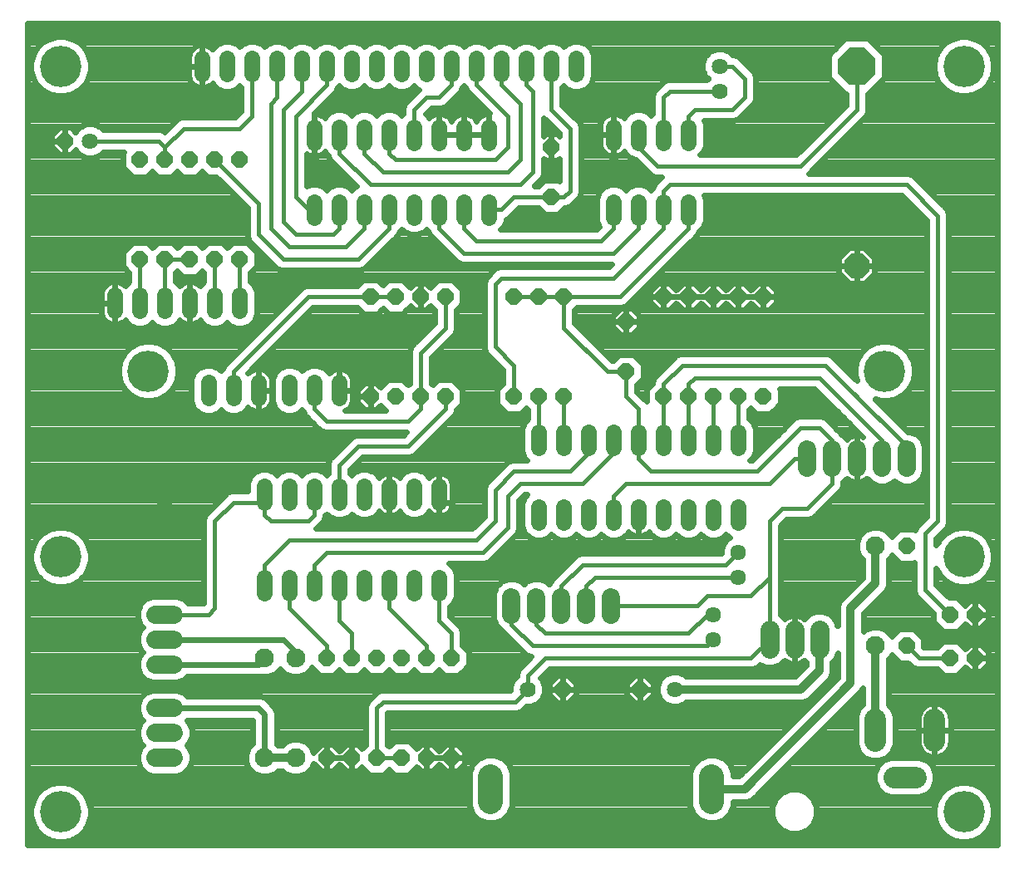
<source format=gbl>
G75*
G70*
%OFA0B0*%
%FSLAX24Y24*%
%IPPOS*%
%LPD*%
%AMOC8*
5,1,8,0,0,1.08239X$1,22.5*
%
%ADD10C,0.0640*%
%ADD11OC8,0.0640*%
%ADD12C,0.0640*%
%ADD13OC8,0.1000*%
%ADD14OC8,0.1500*%
%ADD15C,0.0760*%
%ADD16C,0.0720*%
%ADD17C,0.0760*%
%ADD18C,0.1000*%
%ADD19C,0.0860*%
%ADD20C,0.0160*%
%ADD21C,0.0240*%
%ADD22C,0.0636*%
%ADD23C,0.0320*%
%ADD24C,0.1660*%
D10*
X009972Y010582D02*
X009972Y011222D01*
X010972Y011222D02*
X010972Y010582D01*
X011972Y010582D02*
X011972Y011222D01*
X012972Y011222D02*
X012972Y010582D01*
X013972Y010582D02*
X013972Y011222D01*
X014972Y011222D02*
X014972Y010582D01*
X015972Y010582D02*
X015972Y011222D01*
X016972Y011222D02*
X016972Y010582D01*
X016972Y014222D02*
X016972Y014862D01*
X015972Y014862D02*
X015972Y014222D01*
X014972Y014222D02*
X014972Y014862D01*
X013972Y014862D02*
X013972Y014222D01*
X012972Y014222D02*
X012972Y014862D01*
X011972Y014862D02*
X011972Y014222D01*
X010972Y014222D02*
X010972Y014862D01*
X009972Y014862D02*
X009972Y014222D01*
X009722Y018402D02*
X009722Y019042D01*
X008722Y019042D02*
X008722Y018402D01*
X007722Y018402D02*
X007722Y019042D01*
X007972Y021902D02*
X007972Y022542D01*
X006972Y022542D02*
X006972Y021902D01*
X005972Y021902D02*
X005972Y022542D01*
X004972Y022542D02*
X004972Y021902D01*
X003972Y021902D02*
X003972Y022542D01*
X008972Y022542D02*
X008972Y021902D01*
X010972Y019042D02*
X010972Y018402D01*
X011972Y018402D02*
X011972Y019042D01*
X012972Y019042D02*
X012972Y018402D01*
X020972Y017042D02*
X020972Y016402D01*
X021972Y016402D02*
X021972Y017042D01*
X022972Y017042D02*
X022972Y016402D01*
X023972Y016402D02*
X023972Y017042D01*
X024972Y017042D02*
X024972Y016402D01*
X025972Y016402D02*
X025972Y017042D01*
X026972Y017042D02*
X026972Y016402D01*
X027972Y016402D02*
X027972Y017042D01*
X028972Y017042D02*
X028972Y016402D01*
X028972Y014042D02*
X028972Y013402D01*
X027972Y013402D02*
X027972Y014042D01*
X026972Y014042D02*
X026972Y013402D01*
X025972Y013402D02*
X025972Y014042D01*
X024972Y014042D02*
X024972Y013402D01*
X023972Y013402D02*
X023972Y014042D01*
X022972Y014042D02*
X022972Y013402D01*
X021972Y013402D02*
X021972Y014042D01*
X020972Y014042D02*
X020972Y013402D01*
X018972Y025652D02*
X018972Y026292D01*
X017972Y026292D02*
X017972Y025652D01*
X016972Y025652D02*
X016972Y026292D01*
X015972Y026292D02*
X015972Y025652D01*
X014972Y025652D02*
X014972Y026292D01*
X013972Y026292D02*
X013972Y025652D01*
X012972Y025652D02*
X012972Y026292D01*
X011972Y026292D02*
X011972Y025652D01*
X011972Y028652D02*
X011972Y029292D01*
X012972Y029292D02*
X012972Y028652D01*
X013972Y028652D02*
X013972Y029292D01*
X014972Y029292D02*
X014972Y028652D01*
X015972Y028652D02*
X015972Y029292D01*
X016972Y029292D02*
X016972Y028652D01*
X017972Y028652D02*
X017972Y029292D01*
X018972Y029292D02*
X018972Y028652D01*
X019472Y031402D02*
X019472Y032042D01*
X018472Y032042D02*
X018472Y031402D01*
X017472Y031402D02*
X017472Y032042D01*
X016472Y032042D02*
X016472Y031402D01*
X015472Y031402D02*
X015472Y032042D01*
X014472Y032042D02*
X014472Y031402D01*
X013472Y031402D02*
X013472Y032042D01*
X012472Y032042D02*
X012472Y031402D01*
X011472Y031402D02*
X011472Y032042D01*
X010472Y032042D02*
X010472Y031402D01*
X009472Y031402D02*
X009472Y032042D01*
X008472Y032042D02*
X008472Y031402D01*
X007472Y031402D02*
X007472Y032042D01*
X020472Y032042D02*
X020472Y031402D01*
X021472Y031402D02*
X021472Y032042D01*
X022472Y032042D02*
X022472Y031402D01*
X023972Y029292D02*
X023972Y028652D01*
X024972Y028652D02*
X024972Y029292D01*
X025972Y029292D02*
X025972Y028652D01*
X026972Y028652D02*
X026972Y029292D01*
X026972Y026292D02*
X026972Y025652D01*
X025972Y025652D02*
X025972Y026292D01*
X024972Y026292D02*
X024972Y025652D01*
X023972Y025652D02*
X023972Y026292D01*
D11*
X021472Y026472D03*
X021472Y028472D03*
X021972Y022472D03*
X020972Y022472D03*
X019972Y022472D03*
X017222Y022472D03*
X016222Y022472D03*
X015222Y022472D03*
X014222Y022472D03*
X014222Y018472D03*
X015222Y018472D03*
X016222Y018472D03*
X017222Y018472D03*
X019972Y018472D03*
X020972Y018472D03*
X021972Y018472D03*
X024472Y019472D03*
X025972Y018472D03*
X026972Y018472D03*
X027972Y018472D03*
X028972Y018472D03*
X029972Y018472D03*
X029972Y022472D03*
X028972Y022472D03*
X027972Y022472D03*
X026972Y022472D03*
X025972Y022472D03*
X024472Y021472D03*
X035722Y012472D03*
X037472Y009722D03*
X038472Y009722D03*
X038472Y007972D03*
X037472Y007972D03*
X035722Y008472D03*
X025022Y006722D03*
X021922Y006722D03*
X017472Y007972D03*
X016472Y007972D03*
X015472Y007972D03*
X014472Y007972D03*
X013472Y007972D03*
X012472Y007972D03*
X012472Y003972D03*
X013472Y003972D03*
X014472Y003972D03*
X015472Y003972D03*
X016472Y003972D03*
X017472Y003972D03*
X008972Y023972D03*
X007972Y023972D03*
X006972Y023972D03*
X005972Y023972D03*
X004972Y023972D03*
X004972Y027972D03*
X005972Y027972D03*
X006972Y027972D03*
X007972Y027972D03*
X008972Y027972D03*
X001972Y028722D03*
D12*
X002972Y028722D03*
X028222Y030722D03*
X028222Y031722D03*
X026422Y006722D03*
X020522Y006722D03*
D13*
X033722Y023722D03*
D14*
X033722Y031722D03*
D15*
X032222Y009102D02*
X032222Y008342D01*
X031222Y008342D02*
X031222Y009102D01*
X030222Y009102D02*
X030222Y008342D01*
D16*
X023875Y009704D02*
X023875Y010424D01*
X022875Y010424D02*
X022875Y009704D01*
X021875Y009704D02*
X021875Y010424D01*
X020875Y010424D02*
X020875Y009704D01*
X019875Y009704D02*
X019875Y010424D01*
X031722Y015612D02*
X031722Y016332D01*
X032722Y016332D02*
X032722Y015612D01*
X033722Y015612D02*
X033722Y016332D01*
X034722Y016332D02*
X034722Y015612D01*
X035722Y015612D02*
X035722Y016332D01*
X006332Y009722D02*
X005612Y009722D01*
X005612Y008722D02*
X006332Y008722D01*
X006332Y007722D02*
X005612Y007722D01*
X005612Y005972D02*
X006332Y005972D01*
X006332Y004972D02*
X005612Y004972D01*
X005612Y003972D02*
X006332Y003972D01*
D17*
X009972Y003972D03*
X011222Y003972D03*
X011222Y007972D03*
X009972Y007972D03*
X034472Y008472D03*
X034472Y012472D03*
D18*
X027902Y003222D02*
X027902Y002222D01*
X019042Y002222D02*
X019042Y003222D01*
D19*
X034471Y004652D02*
X034471Y005512D01*
X036833Y005512D02*
X036833Y004652D01*
X036082Y003192D02*
X035222Y003192D01*
D20*
X036222Y007972D02*
X035722Y008472D01*
X036222Y007972D02*
X037472Y007972D01*
X037472Y009722D02*
X036472Y010722D01*
X036472Y012972D01*
X036972Y013472D01*
X036972Y025722D01*
X035722Y026972D01*
X026222Y026972D01*
X025972Y026722D01*
X025972Y025972D01*
X025972Y025222D01*
X023972Y023222D01*
X019472Y023222D01*
X019222Y022972D01*
X019222Y020472D01*
X019972Y019722D01*
X019972Y018472D01*
X020972Y018472D02*
X020972Y016722D01*
X021972Y016722D02*
X021972Y018472D01*
X023722Y019472D02*
X021972Y021222D01*
X021972Y022472D01*
X020972Y022472D01*
X019972Y022472D01*
X024222Y022472D01*
X026972Y025222D01*
X026972Y025972D01*
X024972Y025972D02*
X024972Y025222D01*
X023972Y024222D01*
X017972Y024222D01*
X016972Y025222D01*
X016972Y025972D01*
X017972Y025972D02*
X017972Y025222D01*
X018472Y024722D01*
X023472Y024722D01*
X023972Y025222D01*
X023972Y025972D01*
X022222Y026722D02*
X021972Y026472D01*
X021472Y026472D01*
X019972Y026472D01*
X019472Y025972D01*
X018972Y025972D01*
X020222Y026972D02*
X014222Y026972D01*
X012972Y028222D01*
X012972Y028972D01*
X013972Y028972D02*
X013972Y028222D01*
X014722Y027472D01*
X019722Y027472D01*
X020222Y027972D01*
X020222Y030222D01*
X019472Y030972D01*
X019472Y031722D01*
X018472Y031722D02*
X018472Y030972D01*
X019722Y029722D01*
X019722Y028472D01*
X019222Y027972D01*
X015222Y027972D01*
X014972Y028222D01*
X014972Y028972D01*
X015972Y028972D02*
X015972Y029972D01*
X016472Y030472D01*
X016972Y030472D01*
X017472Y030972D01*
X017472Y031722D01*
X016972Y028972D02*
X017972Y028972D01*
X018972Y028972D01*
X020722Y027472D02*
X020722Y030722D01*
X020472Y030972D01*
X020472Y031722D01*
X021472Y031722D02*
X021472Y029972D01*
X022222Y029222D01*
X022222Y026722D01*
X020722Y027472D02*
X020222Y026972D01*
X024972Y028472D02*
X025722Y027722D01*
X031472Y027722D01*
X033722Y029972D01*
X033722Y031722D01*
X029222Y031222D02*
X029222Y030472D01*
X028722Y029972D01*
X027222Y029972D01*
X026972Y029722D01*
X026972Y028972D01*
X025972Y028972D02*
X025972Y030472D01*
X026222Y030722D01*
X028222Y030722D01*
X028222Y031722D02*
X028722Y031722D01*
X029222Y031222D01*
X024972Y028972D02*
X024972Y028472D01*
X025972Y022472D02*
X026972Y022472D01*
X027972Y022472D01*
X028972Y022472D01*
X029972Y022472D01*
X033222Y022472D01*
X033722Y022972D01*
X033722Y023722D01*
X032472Y019722D02*
X026722Y019722D01*
X025972Y018972D01*
X025972Y018472D01*
X025972Y016722D01*
X024972Y016722D02*
X024972Y015972D01*
X025472Y015472D01*
X029722Y015472D01*
X031472Y017222D01*
X032222Y017222D01*
X032722Y016722D01*
X032722Y015972D01*
X032722Y014972D01*
X031722Y013972D01*
X030722Y013972D01*
X030222Y013472D01*
X030222Y011222D01*
X029472Y010472D01*
X027722Y010472D01*
X027314Y010064D01*
X023875Y010064D01*
X022875Y010064D02*
X022875Y010875D01*
X023222Y011222D01*
X028972Y011222D01*
X028472Y011722D02*
X028972Y012222D01*
X028472Y011722D02*
X022722Y011722D01*
X021875Y010875D01*
X021875Y010064D01*
X020875Y010064D02*
X020875Y009318D01*
X021222Y008972D01*
X026972Y008972D01*
X027722Y009722D01*
X027972Y009722D01*
X027972Y008722D02*
X027722Y008472D01*
X020722Y008472D01*
X019875Y009318D01*
X019875Y010064D01*
X021222Y007972D02*
X029472Y007972D01*
X030222Y008722D01*
X030222Y011222D01*
X030222Y014972D02*
X031222Y015972D01*
X031722Y015972D01*
X030222Y014972D02*
X024472Y014972D01*
X023972Y014472D01*
X023972Y013722D01*
X022722Y014972D02*
X023972Y016222D01*
X023972Y016722D01*
X022972Y016722D02*
X022972Y016222D01*
X022222Y015472D01*
X019972Y015472D01*
X019222Y014722D01*
X019222Y013472D01*
X018472Y012722D01*
X010972Y012722D01*
X009972Y011722D01*
X009972Y011222D01*
X010972Y011222D02*
X010972Y009972D01*
X012472Y008472D01*
X012472Y007972D01*
X013472Y007972D02*
X013472Y008972D01*
X012972Y009472D01*
X012972Y011222D01*
X011972Y011222D02*
X011972Y011722D01*
X012472Y012222D01*
X018722Y012222D01*
X019722Y013222D01*
X019722Y014472D01*
X020222Y014972D01*
X022722Y014972D01*
X024972Y016722D02*
X024972Y017972D01*
X024472Y018472D01*
X024472Y019472D01*
X023722Y019472D01*
X026972Y018972D02*
X026972Y018472D01*
X026972Y016722D01*
X027972Y016722D02*
X027972Y018472D01*
X027222Y019222D02*
X026972Y018972D01*
X027222Y019222D02*
X032222Y019222D01*
X034722Y016722D01*
X034722Y015972D01*
X035722Y015972D02*
X035722Y016472D01*
X033472Y018722D01*
X033722Y018472D01*
X033472Y018722D02*
X032472Y019722D01*
X028972Y018472D02*
X028972Y016722D01*
X021222Y007972D02*
X020522Y007272D01*
X020522Y006722D01*
X020022Y006222D01*
X014722Y006222D01*
X014472Y005972D01*
X014472Y003972D01*
X015472Y003972D01*
X016472Y007972D02*
X016472Y008472D01*
X014972Y009972D01*
X014972Y011222D01*
X016972Y011222D02*
X016972Y009472D01*
X017472Y008972D01*
X017472Y007972D01*
X011722Y013472D02*
X011972Y013722D01*
X011972Y014222D01*
X011722Y013472D02*
X010222Y013472D01*
X009972Y013722D01*
X009972Y014222D01*
X008722Y014222D01*
X007972Y013472D01*
X007972Y009972D01*
X007722Y009722D01*
X005972Y009722D01*
X012972Y014222D02*
X012972Y015722D01*
X013722Y016472D01*
X015722Y016472D01*
X017222Y017972D01*
X017222Y018472D01*
X016222Y018472D02*
X016222Y017972D01*
X015722Y017472D01*
X012472Y017472D01*
X011972Y017972D01*
X011972Y018722D01*
X008722Y018722D02*
X008722Y019472D01*
X011722Y022472D01*
X014222Y022472D01*
X015222Y022472D01*
X013722Y023972D02*
X014972Y025222D01*
X014972Y025972D01*
X013972Y025972D02*
X013972Y025222D01*
X013222Y024472D01*
X010972Y024472D01*
X010222Y025222D01*
X010222Y030222D01*
X010472Y030472D01*
X010472Y031722D01*
X011472Y031722D02*
X011472Y030722D01*
X010722Y029972D01*
X010722Y025472D01*
X011222Y024972D01*
X012722Y024972D01*
X012972Y025222D01*
X012972Y025972D01*
X011972Y025972D02*
X011722Y025972D01*
X011222Y026472D01*
X011222Y029722D01*
X012472Y030972D01*
X012472Y031722D01*
X009472Y031722D02*
X009472Y029722D01*
X008972Y029222D01*
X006722Y029222D01*
X005972Y028472D01*
X005972Y027972D01*
X005972Y028472D02*
X005722Y028722D01*
X002972Y028722D01*
X007972Y027972D02*
X009722Y026222D01*
X009722Y024972D01*
X010722Y023972D01*
X013722Y023972D01*
X017222Y022472D02*
X017222Y021222D01*
X016222Y020222D01*
X016222Y018472D01*
X008972Y022222D02*
X008972Y023972D01*
X007972Y023972D02*
X007972Y022222D01*
X005972Y022222D02*
X005972Y023972D01*
X006972Y023972D01*
X004972Y023972D02*
X004972Y022222D01*
D21*
X000462Y033446D02*
X000462Y000462D01*
X039352Y000462D01*
X039352Y033446D01*
X000462Y033446D01*
X000462Y033379D02*
X039352Y033379D01*
X039352Y033141D02*
X000462Y033141D01*
X000462Y032902D02*
X001619Y032902D01*
X001640Y032908D02*
X001337Y032827D01*
X001066Y032670D01*
X000844Y032448D01*
X000688Y032177D01*
X000607Y031874D01*
X000607Y031561D01*
X000688Y031258D01*
X000844Y030987D01*
X001066Y030766D01*
X001337Y030609D01*
X001640Y030528D01*
X001953Y030528D01*
X002256Y030609D01*
X002527Y030766D01*
X002749Y030987D01*
X002905Y031258D01*
X002986Y031561D01*
X002986Y031874D01*
X002905Y032177D01*
X002749Y032448D01*
X002527Y032670D01*
X002256Y032827D01*
X001953Y032908D01*
X001640Y032908D01*
X001974Y032902D02*
X037840Y032902D01*
X037860Y032908D02*
X037558Y032827D01*
X037286Y032670D01*
X037065Y032448D01*
X036908Y032177D01*
X036827Y031874D01*
X036827Y031561D01*
X036908Y031258D01*
X037065Y030987D01*
X037286Y030766D01*
X037558Y030609D01*
X037860Y030528D01*
X038174Y030528D01*
X038476Y030609D01*
X038748Y030766D01*
X038969Y030987D01*
X039126Y031258D01*
X039207Y031561D01*
X039207Y031874D01*
X039126Y032177D01*
X038969Y032448D01*
X038748Y032670D01*
X038476Y032827D01*
X038174Y032908D01*
X037860Y032908D01*
X038194Y032902D02*
X039352Y032902D01*
X039352Y032664D02*
X038754Y032664D01*
X038983Y032425D02*
X039352Y032425D01*
X039352Y032187D02*
X039120Y032187D01*
X039187Y031948D02*
X039352Y031948D01*
X039352Y031709D02*
X039207Y031709D01*
X039183Y031471D02*
X039352Y031471D01*
X039352Y031232D02*
X039111Y031232D01*
X038973Y030994D02*
X039352Y030994D01*
X039352Y030755D02*
X038730Y030755D01*
X039352Y030517D02*
X034162Y030517D01*
X034162Y030612D02*
X034162Y029884D01*
X034095Y029722D01*
X033971Y029599D01*
X031784Y027412D01*
X035809Y027412D01*
X035971Y027345D01*
X036095Y027221D01*
X037221Y026095D01*
X037221Y026095D01*
X037345Y025971D01*
X037412Y025809D01*
X037412Y013384D01*
X037345Y013222D01*
X037221Y013099D01*
X036912Y012789D01*
X036912Y012498D01*
X037065Y012763D01*
X037286Y012985D01*
X037558Y013142D01*
X037860Y013223D01*
X038174Y013223D01*
X038476Y013142D01*
X038748Y012985D01*
X038969Y012763D01*
X039126Y012492D01*
X039207Y012189D01*
X039207Y011876D01*
X039126Y011573D01*
X038969Y011302D01*
X038748Y011081D01*
X038476Y010924D01*
X038174Y010843D01*
X037860Y010843D01*
X037558Y010924D01*
X037286Y011081D01*
X037065Y011302D01*
X036912Y011567D01*
X036912Y010904D01*
X037414Y010402D01*
X037753Y010402D01*
X038071Y010084D01*
X038248Y010262D01*
X038471Y010262D01*
X038471Y009722D01*
X038472Y009722D01*
X038472Y010262D01*
X038695Y010262D01*
X039012Y009945D01*
X039012Y009722D01*
X038472Y009722D01*
X038472Y009721D01*
X038472Y009182D01*
X038695Y009182D01*
X039012Y009498D01*
X039012Y009721D01*
X038472Y009721D01*
X038471Y009721D01*
X038471Y009182D01*
X038248Y009182D01*
X038071Y009359D01*
X037753Y009042D01*
X037190Y009042D01*
X036792Y009440D01*
X036792Y009779D01*
X036222Y010349D01*
X036099Y010472D01*
X036032Y010634D01*
X036032Y011820D01*
X036003Y011792D01*
X035440Y011792D01*
X035123Y012109D01*
X035099Y012053D01*
X034992Y011945D01*
X034992Y010868D01*
X034913Y010677D01*
X034766Y010531D01*
X033992Y009756D01*
X033992Y009038D01*
X034053Y009099D01*
X034324Y009212D01*
X034619Y009212D01*
X034891Y009099D01*
X035099Y008891D01*
X035123Y008834D01*
X035440Y009152D01*
X036003Y009152D01*
X036402Y008753D01*
X036402Y008414D01*
X036404Y008412D01*
X036950Y008412D01*
X037190Y008652D01*
X037753Y008652D01*
X038071Y008334D01*
X038248Y008512D01*
X038471Y008512D01*
X038471Y007972D01*
X038472Y007972D01*
X038472Y008512D01*
X038695Y008512D01*
X039012Y008195D01*
X039012Y007972D01*
X038472Y007972D01*
X038472Y007971D01*
X038472Y007432D01*
X038695Y007432D01*
X039012Y007748D01*
X039012Y007971D01*
X038472Y007971D01*
X038471Y007971D01*
X038471Y007432D01*
X038248Y007432D01*
X038071Y007609D01*
X037753Y007292D01*
X037190Y007292D01*
X036950Y007532D01*
X036309Y007532D01*
X036134Y007532D01*
X035972Y007599D01*
X035779Y007792D01*
X035440Y007792D01*
X035123Y008109D01*
X035099Y008053D01*
X034992Y007945D01*
X034992Y006108D01*
X035140Y005959D01*
X035261Y005669D01*
X035261Y004495D01*
X035140Y004204D01*
X034918Y003982D01*
X034628Y003862D01*
X034313Y003862D01*
X034023Y003982D01*
X033801Y004204D01*
X033681Y004495D01*
X033681Y005669D01*
X033801Y005959D01*
X033952Y006110D01*
X033952Y006772D01*
X033913Y006677D01*
X033766Y006531D01*
X029516Y002281D01*
X029325Y002202D01*
X029118Y002202D01*
X028762Y002202D01*
X028762Y002051D01*
X028631Y001735D01*
X028389Y001493D01*
X028073Y001362D01*
X027731Y001362D01*
X027415Y001493D01*
X027173Y001735D01*
X027042Y002051D01*
X027042Y003393D01*
X027173Y003709D01*
X027415Y003951D01*
X027731Y004082D01*
X028073Y004082D01*
X028389Y003951D01*
X028631Y003709D01*
X028762Y003393D01*
X028762Y003242D01*
X029006Y003242D01*
X032952Y007187D01*
X032952Y008171D01*
X032849Y007923D01*
X032742Y007815D01*
X032742Y007368D01*
X032663Y007177D01*
X032516Y007031D01*
X032516Y007031D01*
X031766Y006281D01*
X031575Y006202D01*
X031368Y006202D01*
X026863Y006202D01*
X026807Y006145D01*
X026557Y006042D01*
X026286Y006042D01*
X026037Y006145D01*
X025845Y006337D01*
X025742Y006586D01*
X025742Y006857D01*
X025845Y007107D01*
X026037Y007298D01*
X026286Y007402D01*
X026557Y007402D01*
X026807Y007298D01*
X026863Y007242D01*
X031256Y007242D01*
X031702Y007687D01*
X031702Y007815D01*
X031623Y007894D01*
X031613Y007884D01*
X031536Y007829D01*
X031452Y007786D01*
X031362Y007756D01*
X031269Y007742D01*
X031222Y007742D01*
X031222Y008721D01*
X031221Y008721D01*
X031221Y007742D01*
X031174Y007742D01*
X031081Y007756D01*
X030991Y007786D01*
X030907Y007829D01*
X030831Y007884D01*
X030821Y007894D01*
X030641Y007714D01*
X030369Y007602D01*
X030074Y007602D01*
X029827Y007704D01*
X029721Y007599D01*
X029559Y007532D01*
X029384Y007532D01*
X021404Y007532D01*
X021039Y007166D01*
X021098Y007107D01*
X021202Y006857D01*
X021202Y006586D01*
X021098Y006337D01*
X020907Y006145D01*
X020657Y006042D01*
X020464Y006042D01*
X020271Y005849D01*
X020109Y005782D01*
X019934Y005782D01*
X014912Y005782D01*
X014912Y004493D01*
X014972Y004433D01*
X015190Y004652D01*
X015753Y004652D01*
X016071Y004334D01*
X016248Y004512D01*
X016471Y004512D01*
X016471Y003972D01*
X016472Y003972D01*
X016472Y004512D01*
X016695Y004512D01*
X016972Y004235D01*
X017248Y004512D01*
X017471Y004512D01*
X017471Y003972D01*
X017471Y003971D01*
X017472Y003971D01*
X017472Y003432D01*
X017695Y003432D01*
X018012Y003748D01*
X018012Y003971D01*
X017472Y003971D01*
X017472Y003972D01*
X017471Y003972D01*
X016932Y003972D01*
X016472Y003972D01*
X016472Y003971D01*
X016472Y003432D01*
X016695Y003432D01*
X016972Y003708D01*
X017248Y003432D01*
X017471Y003432D01*
X017471Y003971D01*
X016932Y003971D01*
X016472Y003971D01*
X016471Y003971D01*
X016471Y003432D01*
X016248Y003432D01*
X016071Y003609D01*
X015753Y003292D01*
X015190Y003292D01*
X014972Y003510D01*
X014753Y003292D01*
X014190Y003292D01*
X013873Y003609D01*
X013695Y003432D01*
X013472Y003432D01*
X013472Y003971D01*
X013471Y003971D01*
X013471Y003432D01*
X013248Y003432D01*
X012972Y003708D01*
X012695Y003432D01*
X012472Y003432D01*
X012472Y003971D01*
X012471Y003971D01*
X012471Y003432D01*
X012248Y003432D01*
X011932Y003748D01*
X011932Y003752D01*
X011849Y003553D01*
X011641Y003344D01*
X011369Y003232D01*
X011074Y003232D01*
X010803Y003344D01*
X010695Y003452D01*
X010498Y003452D01*
X010391Y003344D01*
X010119Y003232D01*
X009824Y003232D01*
X009553Y003344D01*
X009344Y003553D01*
X009232Y003824D01*
X009232Y004119D01*
X009344Y004391D01*
X009492Y004538D01*
X009492Y005492D01*
X006870Y005492D01*
X006850Y005472D01*
X006942Y005380D01*
X007052Y005115D01*
X007052Y004828D01*
X006942Y004564D01*
X006850Y004472D01*
X006942Y004380D01*
X007052Y004115D01*
X007052Y003828D01*
X006942Y003564D01*
X006740Y003361D01*
X006475Y003252D01*
X005468Y003252D01*
X005204Y003361D01*
X005001Y003564D01*
X004892Y003828D01*
X004892Y004115D01*
X005001Y004380D01*
X005094Y004472D01*
X005001Y004564D01*
X004892Y004828D01*
X004892Y005115D01*
X005001Y005380D01*
X005094Y005472D01*
X005001Y005564D01*
X004892Y005828D01*
X004892Y006115D01*
X005001Y006380D01*
X005204Y006582D01*
X005468Y006692D01*
X006475Y006692D01*
X006740Y006582D01*
X006870Y006452D01*
X009626Y006452D01*
X009817Y006452D01*
X009994Y006379D01*
X010244Y006129D01*
X010379Y005994D01*
X010452Y005817D01*
X010452Y004538D01*
X010498Y004492D01*
X010695Y004492D01*
X010803Y004599D01*
X011074Y004712D01*
X011369Y004712D01*
X011641Y004599D01*
X011849Y004391D01*
X011932Y004191D01*
X011932Y004195D01*
X012248Y004512D01*
X012471Y004512D01*
X012471Y003972D01*
X012472Y003972D01*
X012472Y004512D01*
X012695Y004512D01*
X012972Y004235D01*
X013248Y004512D01*
X013471Y004512D01*
X013471Y003972D01*
X013471Y003971D01*
X012932Y003971D01*
X012472Y003971D01*
X012472Y003972D01*
X012932Y003972D01*
X013471Y003972D01*
X013472Y003972D01*
X013472Y004512D01*
X013695Y004512D01*
X013873Y004334D01*
X014032Y004493D01*
X014032Y006059D01*
X014099Y006221D01*
X014222Y006345D01*
X014349Y006471D01*
X014349Y006471D01*
X014472Y006595D01*
X014634Y006662D01*
X019839Y006662D01*
X019842Y006664D01*
X019842Y006857D01*
X019945Y007107D01*
X020082Y007243D01*
X020082Y007359D01*
X020149Y007521D01*
X020660Y008032D01*
X020634Y008032D01*
X020472Y008099D01*
X019502Y009069D01*
X019497Y009082D01*
X019467Y009094D01*
X019265Y009296D01*
X019155Y009561D01*
X019155Y010567D01*
X019265Y010832D01*
X019467Y011035D01*
X019732Y011144D01*
X020019Y011144D01*
X020283Y011035D01*
X020375Y010942D01*
X020467Y011035D01*
X020732Y011144D01*
X021019Y011144D01*
X021283Y011035D01*
X021375Y010942D01*
X021463Y011031D01*
X021502Y011124D01*
X022349Y011971D01*
X022472Y012095D01*
X022634Y012162D01*
X028289Y012162D01*
X028294Y012166D01*
X028294Y012357D01*
X028397Y012606D01*
X028588Y012797D01*
X028622Y012811D01*
X028587Y012825D01*
X028472Y012940D01*
X028357Y012825D01*
X028107Y012722D01*
X027836Y012722D01*
X027587Y012825D01*
X027472Y012940D01*
X027357Y012825D01*
X027107Y012722D01*
X026836Y012722D01*
X026587Y012825D01*
X026472Y012940D01*
X026357Y012825D01*
X026107Y012722D01*
X025836Y012722D01*
X025587Y012825D01*
X025395Y013017D01*
X025382Y013048D01*
X025324Y012990D01*
X025255Y012940D01*
X025179Y012901D01*
X025098Y012875D01*
X025014Y012862D01*
X024972Y012862D01*
X024972Y013721D01*
X024971Y013721D01*
X024971Y012862D01*
X024929Y012862D01*
X024845Y012875D01*
X024764Y012901D01*
X024689Y012940D01*
X024620Y012990D01*
X024561Y013048D01*
X024548Y013017D01*
X024357Y012825D01*
X024107Y012722D01*
X023836Y012722D01*
X023587Y012825D01*
X023472Y012940D01*
X023357Y012825D01*
X023107Y012722D01*
X022836Y012722D01*
X022587Y012825D01*
X022472Y012940D01*
X022357Y012825D01*
X022107Y012722D01*
X021836Y012722D01*
X021587Y012825D01*
X021472Y012940D01*
X021357Y012825D01*
X021107Y012722D01*
X020836Y012722D01*
X020587Y012825D01*
X020395Y013017D01*
X020292Y013266D01*
X020292Y014177D01*
X020395Y014427D01*
X020500Y014532D01*
X020404Y014532D01*
X020162Y014289D01*
X020162Y013309D01*
X020162Y013134D01*
X020095Y012972D01*
X019095Y011972D01*
X018971Y011849D01*
X018809Y011782D01*
X017373Y011782D01*
X017548Y011607D01*
X017652Y011357D01*
X017652Y010446D01*
X017548Y010197D01*
X017412Y010060D01*
X017412Y009654D01*
X017721Y009345D01*
X017845Y009221D01*
X017912Y009059D01*
X017912Y008493D01*
X018152Y008253D01*
X018152Y007690D01*
X017753Y007292D01*
X017190Y007292D01*
X016972Y007510D01*
X016753Y007292D01*
X016190Y007292D01*
X015972Y007510D01*
X015753Y007292D01*
X015190Y007292D01*
X014972Y007510D01*
X014753Y007292D01*
X014190Y007292D01*
X013972Y007510D01*
X013753Y007292D01*
X013190Y007292D01*
X012972Y007510D01*
X012753Y007292D01*
X012190Y007292D01*
X011873Y007609D01*
X011849Y007553D01*
X011641Y007344D01*
X011369Y007232D01*
X011074Y007232D01*
X010803Y007344D01*
X010597Y007550D01*
X010391Y007344D01*
X010119Y007232D01*
X009824Y007232D01*
X009800Y007242D01*
X009626Y007242D01*
X006870Y007242D01*
X006740Y007111D01*
X006475Y007002D01*
X005468Y007002D01*
X005204Y007111D01*
X005001Y007314D01*
X004892Y007578D01*
X004892Y007865D01*
X005001Y008130D01*
X005094Y008222D01*
X005001Y008314D01*
X004892Y008578D01*
X004892Y008865D01*
X005001Y009130D01*
X005094Y009222D01*
X005001Y009314D01*
X004892Y009578D01*
X004892Y009865D01*
X005001Y010130D01*
X005204Y010332D01*
X005468Y010442D01*
X006475Y010442D01*
X006740Y010332D01*
X006910Y010162D01*
X007532Y010162D01*
X007532Y013384D01*
X007532Y013559D01*
X007599Y013721D01*
X008472Y014595D01*
X008634Y014662D01*
X008809Y014662D01*
X009292Y014662D01*
X009292Y014997D01*
X009395Y015247D01*
X009587Y015438D01*
X009836Y015542D01*
X010107Y015542D01*
X010357Y015438D01*
X010472Y015323D01*
X010587Y015438D01*
X010836Y015542D01*
X011107Y015542D01*
X011357Y015438D01*
X011472Y015323D01*
X011587Y015438D01*
X011836Y015542D01*
X012107Y015542D01*
X012357Y015438D01*
X012472Y015323D01*
X012532Y015383D01*
X012532Y015634D01*
X012532Y015809D01*
X012599Y015971D01*
X013349Y016721D01*
X013472Y016845D01*
X013634Y016912D01*
X015539Y016912D01*
X015660Y017032D01*
X015634Y017032D01*
X012384Y017032D01*
X012222Y017099D01*
X012099Y017222D01*
X011599Y017722D01*
X011535Y017877D01*
X011472Y017940D01*
X011357Y017825D01*
X011107Y017722D01*
X010836Y017722D01*
X010587Y017825D01*
X010395Y018017D01*
X010292Y018266D01*
X010292Y019177D01*
X010395Y019427D01*
X010587Y019618D01*
X010836Y019722D01*
X011107Y019722D01*
X011357Y019618D01*
X011472Y019503D01*
X011587Y019618D01*
X011836Y019722D01*
X012107Y019722D01*
X012357Y019618D01*
X012548Y019427D01*
X012561Y019395D01*
X012620Y019454D01*
X012689Y019504D01*
X012764Y019542D01*
X012845Y019568D01*
X012929Y019582D01*
X012971Y019582D01*
X012971Y018722D01*
X012972Y018722D01*
X012972Y019582D01*
X013014Y019582D01*
X013098Y019568D01*
X013179Y019542D01*
X013255Y019504D01*
X013324Y019454D01*
X013384Y019394D01*
X013434Y019325D01*
X013472Y019249D01*
X013498Y019168D01*
X013512Y019084D01*
X013512Y018722D01*
X012972Y018722D01*
X012972Y018721D01*
X013512Y018721D01*
X013512Y018359D01*
X013498Y018275D01*
X013472Y018194D01*
X013434Y018119D01*
X013384Y018050D01*
X013324Y017990D01*
X013255Y017940D01*
X013199Y017912D01*
X014820Y017912D01*
X014623Y018109D01*
X014445Y017932D01*
X014222Y017932D01*
X014222Y018471D01*
X014221Y018471D01*
X014221Y017932D01*
X013998Y017932D01*
X013682Y018248D01*
X013682Y018471D01*
X014221Y018471D01*
X014221Y018472D01*
X013682Y018472D01*
X013682Y018695D01*
X013998Y019012D01*
X014221Y019012D01*
X014221Y018472D01*
X014222Y018472D01*
X014222Y019012D01*
X014445Y019012D01*
X014623Y018834D01*
X014940Y019152D01*
X015503Y019152D01*
X015722Y018933D01*
X015782Y018993D01*
X015782Y020309D01*
X015849Y020471D01*
X015972Y020595D01*
X016782Y021404D01*
X016782Y021950D01*
X016623Y022109D01*
X016445Y021932D01*
X016222Y021932D01*
X016222Y022471D01*
X016221Y022471D01*
X016221Y021932D01*
X015998Y021932D01*
X015821Y022109D01*
X015503Y021792D01*
X014940Y021792D01*
X014722Y022010D01*
X014503Y021792D01*
X013940Y021792D01*
X013700Y022032D01*
X011904Y022032D01*
X009298Y019426D01*
X009311Y019395D01*
X009370Y019454D01*
X009439Y019504D01*
X009514Y019542D01*
X009595Y019568D01*
X009679Y019582D01*
X009721Y019582D01*
X009721Y018722D01*
X009722Y018722D01*
X009722Y019582D01*
X009764Y019582D01*
X009848Y019568D01*
X009929Y019542D01*
X010005Y019504D01*
X010074Y019454D01*
X010134Y019394D01*
X010184Y019325D01*
X010222Y019249D01*
X010248Y019168D01*
X010262Y019084D01*
X010262Y018722D01*
X009722Y018722D01*
X009722Y018721D01*
X009722Y017862D01*
X009764Y017862D01*
X009848Y017875D01*
X009929Y017901D01*
X010005Y017940D01*
X010074Y017990D01*
X010134Y018050D01*
X010184Y018119D01*
X010222Y018194D01*
X010248Y018275D01*
X010262Y018359D01*
X010262Y018721D01*
X009722Y018721D01*
X009721Y018721D01*
X009721Y017862D01*
X009679Y017862D01*
X009595Y017875D01*
X009514Y017901D01*
X009439Y017940D01*
X009370Y017990D01*
X009311Y018048D01*
X009298Y018017D01*
X009107Y017825D01*
X008857Y017722D01*
X008586Y017722D01*
X008337Y017825D01*
X008222Y017940D01*
X008107Y017825D01*
X007857Y017722D01*
X007586Y017722D01*
X007337Y017825D01*
X007145Y018017D01*
X007042Y018266D01*
X007042Y019177D01*
X007145Y019427D01*
X007337Y019618D01*
X007586Y019722D01*
X007857Y019722D01*
X008107Y019618D01*
X008222Y019503D01*
X008285Y019566D01*
X008349Y019721D01*
X011349Y022721D01*
X011472Y022845D01*
X011634Y022912D01*
X013700Y022912D01*
X013940Y023152D01*
X014503Y023152D01*
X014722Y022933D01*
X014940Y023152D01*
X015503Y023152D01*
X015821Y022834D01*
X015998Y023012D01*
X016221Y023012D01*
X016221Y022472D01*
X016222Y022472D01*
X016222Y023012D01*
X016445Y023012D01*
X016623Y022834D01*
X016940Y023152D01*
X017503Y023152D01*
X017902Y022753D01*
X017902Y022190D01*
X017662Y021950D01*
X017662Y021309D01*
X017662Y021134D01*
X017595Y020972D01*
X016662Y020039D01*
X016662Y018993D01*
X016722Y018933D01*
X016940Y019152D01*
X017503Y019152D01*
X017902Y018753D01*
X017902Y018190D01*
X017662Y017950D01*
X017662Y017884D01*
X017595Y017722D01*
X017471Y017599D01*
X015971Y016099D01*
X015809Y016032D01*
X015634Y016032D01*
X013904Y016032D01*
X013412Y015539D01*
X013412Y015383D01*
X013472Y015323D01*
X013587Y015438D01*
X013836Y015542D01*
X014107Y015542D01*
X014357Y015438D01*
X014548Y015247D01*
X014561Y015215D01*
X014620Y015274D01*
X014689Y015324D01*
X014764Y015362D01*
X014845Y015388D01*
X014929Y015402D01*
X014971Y015402D01*
X014971Y014222D01*
X014972Y014222D01*
X014972Y015402D01*
X015014Y015402D01*
X015098Y015388D01*
X015179Y015362D01*
X015255Y015324D01*
X015324Y015274D01*
X015382Y015215D01*
X015395Y015247D01*
X015587Y015438D01*
X015836Y015542D01*
X016107Y015542D01*
X016357Y015438D01*
X016548Y015247D01*
X016561Y015215D01*
X016620Y015274D01*
X016689Y015324D01*
X016764Y015362D01*
X016845Y015388D01*
X016929Y015402D01*
X016971Y015402D01*
X016971Y014222D01*
X016972Y014222D01*
X016972Y015402D01*
X017014Y015402D01*
X017098Y015388D01*
X017179Y015362D01*
X017255Y015324D01*
X017324Y015274D01*
X017384Y015214D01*
X017434Y015145D01*
X017472Y015069D01*
X017498Y014988D01*
X017512Y014904D01*
X017512Y014222D01*
X016972Y014222D01*
X016972Y014221D01*
X016972Y013682D01*
X017014Y013682D01*
X017098Y013695D01*
X017179Y013721D01*
X017255Y013760D01*
X017324Y013810D01*
X017384Y013870D01*
X017434Y013939D01*
X017472Y014014D01*
X017498Y014095D01*
X017512Y014179D01*
X017512Y014221D01*
X016972Y014221D01*
X016971Y014221D01*
X016971Y013682D01*
X016929Y013682D01*
X016845Y013695D01*
X016764Y013721D01*
X016689Y013760D01*
X016620Y013810D01*
X016561Y013868D01*
X016548Y013837D01*
X016357Y013645D01*
X016107Y013542D01*
X015836Y013542D01*
X015587Y013645D01*
X015395Y013837D01*
X015382Y013868D01*
X015324Y013810D01*
X015255Y013760D01*
X015179Y013721D01*
X015098Y013695D01*
X015014Y013682D01*
X014972Y013682D01*
X014972Y014221D01*
X014971Y014221D01*
X014971Y013682D01*
X014929Y013682D01*
X014845Y013695D01*
X014764Y013721D01*
X014689Y013760D01*
X014620Y013810D01*
X014561Y013868D01*
X014548Y013837D01*
X014357Y013645D01*
X014107Y013542D01*
X013836Y013542D01*
X013587Y013645D01*
X013472Y013760D01*
X013357Y013645D01*
X013107Y013542D01*
X012836Y013542D01*
X012587Y013645D01*
X012472Y013760D01*
X012412Y013700D01*
X012412Y013634D01*
X012345Y013472D01*
X012221Y013349D01*
X012034Y013162D01*
X018289Y013162D01*
X018782Y013654D01*
X018782Y014634D01*
X018782Y014809D01*
X018849Y014971D01*
X019599Y015721D01*
X019722Y015845D01*
X019884Y015912D01*
X020500Y015912D01*
X020395Y016017D01*
X020292Y016266D01*
X020292Y017177D01*
X020395Y017427D01*
X020532Y017563D01*
X020532Y017950D01*
X020472Y018010D01*
X020253Y017792D01*
X019690Y017792D01*
X019292Y018190D01*
X019292Y018753D01*
X019532Y018993D01*
X019532Y019539D01*
X018849Y020222D01*
X018782Y020384D01*
X018782Y020559D01*
X018782Y023059D01*
X018849Y023221D01*
X018972Y023345D01*
X019222Y023595D01*
X019384Y023662D01*
X019559Y023662D01*
X023789Y023662D01*
X023910Y023782D01*
X018059Y023782D01*
X017884Y023782D01*
X017722Y023849D01*
X016722Y024849D01*
X016599Y024972D01*
X016535Y025127D01*
X016472Y025190D01*
X016357Y025075D01*
X016107Y024972D01*
X015836Y024972D01*
X015587Y025075D01*
X015472Y025190D01*
X015409Y025127D01*
X015345Y024972D01*
X015221Y024849D01*
X013971Y023599D01*
X019233Y023599D01*
X018988Y023360D02*
X009412Y023360D01*
X009412Y023450D02*
X009412Y023063D01*
X009548Y022927D01*
X009652Y022677D01*
X009652Y021766D01*
X009548Y021517D01*
X009357Y021325D01*
X009107Y021222D01*
X008836Y021222D01*
X008587Y021325D01*
X008472Y021440D01*
X008357Y021325D01*
X008107Y021222D01*
X007836Y021222D01*
X007587Y021325D01*
X007395Y021517D01*
X007382Y021548D01*
X007324Y021490D01*
X007255Y021440D01*
X007179Y021401D01*
X007098Y021375D01*
X007014Y021362D01*
X006972Y021362D01*
X006972Y022221D01*
X006971Y022221D01*
X006971Y021362D01*
X006929Y021362D01*
X006845Y021375D01*
X006764Y021401D01*
X006689Y021440D01*
X006620Y021490D01*
X006561Y021548D01*
X006548Y021517D01*
X006357Y021325D01*
X006107Y021222D01*
X005836Y021222D01*
X005587Y021325D01*
X005472Y021440D01*
X005357Y021325D01*
X005107Y021222D01*
X004836Y021222D01*
X004587Y021325D01*
X004395Y021517D01*
X004382Y021548D01*
X004324Y021490D01*
X004255Y021440D01*
X004179Y021401D01*
X004098Y021375D01*
X004014Y021362D01*
X003972Y021362D01*
X003972Y022221D01*
X003971Y022221D01*
X003971Y021362D01*
X003929Y021362D01*
X003845Y021375D01*
X003764Y021401D01*
X003689Y021440D01*
X003620Y021490D01*
X003560Y021550D01*
X003510Y021619D01*
X003471Y021694D01*
X003445Y021775D01*
X003432Y021859D01*
X003432Y022221D01*
X003971Y022221D01*
X003971Y022222D01*
X003432Y022222D01*
X003432Y022584D01*
X003445Y022668D01*
X003471Y022749D01*
X003510Y022825D01*
X003560Y022894D01*
X003620Y022954D01*
X003689Y023004D01*
X003764Y023042D01*
X003845Y023068D01*
X003929Y023082D01*
X003971Y023082D01*
X003971Y022222D01*
X003972Y022222D01*
X003972Y023082D01*
X004014Y023082D01*
X004098Y023068D01*
X004179Y023042D01*
X004255Y023004D01*
X004324Y022954D01*
X004382Y022895D01*
X004395Y022927D01*
X004532Y023063D01*
X004532Y023450D01*
X004292Y023690D01*
X004292Y024253D01*
X004690Y024652D01*
X005253Y024652D01*
X005472Y024433D01*
X005690Y024652D01*
X006253Y024652D01*
X006472Y024433D01*
X006690Y024652D01*
X007253Y024652D01*
X007472Y024433D01*
X007690Y024652D01*
X008253Y024652D01*
X008472Y024433D01*
X008690Y024652D01*
X009253Y024652D01*
X009652Y024253D01*
X009652Y023690D01*
X009412Y023450D01*
X009561Y023599D02*
X010472Y023599D01*
X010634Y023532D01*
X013634Y023532D01*
X013809Y023532D01*
X013971Y023599D01*
X014210Y023838D02*
X017749Y023838D01*
X017495Y024076D02*
X014448Y024076D01*
X014687Y024315D02*
X017257Y024315D01*
X017018Y024553D02*
X014925Y024553D01*
X015164Y024792D02*
X016779Y024792D01*
X016575Y025030D02*
X016248Y025030D01*
X015695Y025030D02*
X015369Y025030D01*
X015533Y023122D02*
X016910Y023122D01*
X016672Y022883D02*
X016574Y022883D01*
X016222Y022883D02*
X016221Y022883D01*
X016221Y022645D02*
X016222Y022645D01*
X016221Y022406D02*
X016222Y022406D01*
X016221Y022168D02*
X016222Y022168D01*
X016782Y021929D02*
X015641Y021929D01*
X016782Y021691D02*
X011563Y021691D01*
X011801Y021929D02*
X013803Y021929D01*
X014641Y021929D02*
X014803Y021929D01*
X015772Y022883D02*
X015870Y022883D01*
X014910Y023122D02*
X014533Y023122D01*
X013910Y023122D02*
X009412Y023122D01*
X009566Y022883D02*
X011566Y022883D01*
X011273Y022645D02*
X009652Y022645D01*
X009652Y022406D02*
X011034Y022406D01*
X010795Y022168D02*
X009652Y022168D01*
X009652Y021929D02*
X010557Y021929D01*
X010318Y021691D02*
X009620Y021691D01*
X009484Y021452D02*
X010080Y021452D01*
X009841Y021214D02*
X000462Y021214D01*
X000462Y021452D02*
X003672Y021452D01*
X003971Y021452D02*
X003972Y021452D01*
X003971Y021691D02*
X003972Y021691D01*
X003971Y021929D02*
X003972Y021929D01*
X003971Y022168D02*
X003972Y022168D01*
X003971Y022406D02*
X003972Y022406D01*
X003971Y022645D02*
X003972Y022645D01*
X003971Y022883D02*
X003972Y022883D01*
X003552Y022883D02*
X000462Y022883D01*
X000462Y022645D02*
X003441Y022645D01*
X003432Y022406D02*
X000462Y022406D01*
X000462Y022168D02*
X003432Y022168D01*
X003432Y021929D02*
X000462Y021929D01*
X000462Y021691D02*
X003473Y021691D01*
X004271Y021452D02*
X004460Y021452D01*
X004852Y020601D02*
X004581Y020444D01*
X004360Y020222D01*
X004203Y019951D01*
X004122Y019648D01*
X004122Y019335D01*
X004203Y019032D01*
X004360Y018761D01*
X004581Y018540D01*
X004852Y018383D01*
X005155Y018302D01*
X005468Y018302D01*
X005771Y018383D01*
X006042Y018540D01*
X006264Y018761D01*
X006421Y019032D01*
X006502Y019335D01*
X006502Y019648D01*
X006421Y019951D01*
X006264Y020222D01*
X006042Y020444D01*
X005771Y020601D01*
X005468Y020682D01*
X005155Y020682D01*
X004852Y020601D01*
X004675Y020498D02*
X000462Y020498D01*
X000462Y020736D02*
X009364Y020736D01*
X009126Y020498D02*
X005949Y020498D01*
X006227Y020259D02*
X008887Y020259D01*
X008649Y020021D02*
X006380Y020021D01*
X006466Y019782D02*
X008410Y019782D01*
X008262Y019544D02*
X008181Y019544D01*
X007262Y019544D02*
X006502Y019544D01*
X006494Y019305D02*
X007095Y019305D01*
X007042Y019067D02*
X006430Y019067D01*
X006303Y018828D02*
X007042Y018828D01*
X007042Y018590D02*
X006092Y018590D01*
X005652Y018351D02*
X007042Y018351D01*
X007105Y018112D02*
X000462Y018112D01*
X000462Y017874D02*
X007288Y017874D01*
X008156Y017874D02*
X008288Y017874D01*
X009156Y017874D02*
X009602Y017874D01*
X009721Y017874D02*
X009722Y017874D01*
X009841Y017874D02*
X010538Y017874D01*
X010355Y018112D02*
X010179Y018112D01*
X010260Y018351D02*
X010292Y018351D01*
X010292Y018590D02*
X010262Y018590D01*
X010262Y018828D02*
X010292Y018828D01*
X010292Y019067D02*
X010262Y019067D01*
X010194Y019305D02*
X010345Y019305D01*
X010512Y019544D02*
X009924Y019544D01*
X009722Y019544D02*
X009721Y019544D01*
X009519Y019544D02*
X009416Y019544D01*
X009654Y019782D02*
X015782Y019782D01*
X015782Y019544D02*
X013174Y019544D01*
X012972Y019544D02*
X012971Y019544D01*
X012769Y019544D02*
X012431Y019544D01*
X012971Y019305D02*
X012972Y019305D01*
X012971Y019067D02*
X012972Y019067D01*
X012971Y018828D02*
X012972Y018828D01*
X013512Y018828D02*
X013814Y018828D01*
X013682Y018590D02*
X013512Y018590D01*
X013510Y018351D02*
X013682Y018351D01*
X013817Y018112D02*
X013429Y018112D01*
X014221Y018112D02*
X014222Y018112D01*
X014221Y018351D02*
X014222Y018351D01*
X014221Y018590D02*
X014222Y018590D01*
X014221Y018828D02*
X014222Y018828D01*
X014855Y019067D02*
X013512Y019067D01*
X013444Y019305D02*
X015782Y019305D01*
X015782Y019067D02*
X015588Y019067D01*
X015782Y020021D02*
X009893Y020021D01*
X010132Y020259D02*
X015782Y020259D01*
X015876Y020498D02*
X010370Y020498D01*
X010609Y020736D02*
X016114Y020736D01*
X016353Y020975D02*
X010847Y020975D01*
X011086Y021214D02*
X016591Y021214D01*
X016782Y021452D02*
X011324Y021452D01*
X009603Y020975D02*
X000462Y020975D01*
X000462Y020259D02*
X004397Y020259D01*
X004243Y020021D02*
X000462Y020021D01*
X000462Y019782D02*
X004158Y019782D01*
X004122Y019544D02*
X000462Y019544D01*
X000462Y019305D02*
X004130Y019305D01*
X004194Y019067D02*
X000462Y019067D01*
X000462Y018828D02*
X004321Y018828D01*
X004531Y018590D02*
X000462Y018590D01*
X000462Y018351D02*
X004971Y018351D01*
X006484Y021452D02*
X006672Y021452D01*
X006971Y021452D02*
X006972Y021452D01*
X006971Y021691D02*
X006972Y021691D01*
X006971Y021929D02*
X006972Y021929D01*
X006971Y022168D02*
X006972Y022168D01*
X006971Y022222D02*
X006971Y023082D01*
X006929Y023082D01*
X006845Y023068D01*
X006764Y023042D01*
X006689Y023004D01*
X006620Y022954D01*
X006561Y022895D01*
X006548Y022927D01*
X006412Y023063D01*
X006412Y023450D01*
X006472Y023510D01*
X006690Y023292D01*
X007253Y023292D01*
X007472Y023510D01*
X007532Y023450D01*
X007532Y023063D01*
X007395Y022927D01*
X007382Y022895D01*
X007324Y022954D01*
X007255Y023004D01*
X007179Y023042D01*
X007098Y023068D01*
X007014Y023082D01*
X006972Y023082D01*
X006972Y022222D01*
X006971Y022222D01*
X006971Y022406D02*
X006972Y022406D01*
X006971Y022645D02*
X006972Y022645D01*
X006971Y022883D02*
X006972Y022883D01*
X007322Y023360D02*
X007532Y023360D01*
X007532Y023122D02*
X006412Y023122D01*
X006412Y023360D02*
X006621Y023360D01*
X006592Y024553D02*
X006352Y024553D01*
X005592Y024553D02*
X005352Y024553D01*
X004592Y024553D02*
X000462Y024553D01*
X000462Y024315D02*
X004353Y024315D01*
X004292Y024076D02*
X000462Y024076D01*
X000462Y023838D02*
X004292Y023838D01*
X004383Y023599D02*
X000462Y023599D01*
X000462Y023360D02*
X004532Y023360D01*
X004532Y023122D02*
X000462Y023122D01*
X000462Y024792D02*
X009320Y024792D01*
X009349Y024722D02*
X009282Y024884D01*
X009282Y026039D01*
X008029Y027292D01*
X007690Y027292D01*
X007472Y027510D01*
X007253Y027292D01*
X006690Y027292D01*
X006472Y027510D01*
X006253Y027292D01*
X005690Y027292D01*
X005472Y027510D01*
X005253Y027292D01*
X004690Y027292D01*
X004292Y027690D01*
X004292Y028253D01*
X004320Y028282D01*
X003493Y028282D01*
X003357Y028145D01*
X003107Y028042D01*
X002836Y028042D01*
X002587Y028145D01*
X002395Y028337D01*
X002382Y028368D01*
X002195Y028182D01*
X001972Y028182D01*
X001972Y028721D01*
X001971Y028721D01*
X001971Y028182D01*
X001748Y028182D01*
X001432Y028498D01*
X001432Y028721D01*
X001971Y028721D01*
X001971Y028722D01*
X001432Y028722D01*
X001432Y028945D01*
X001748Y029262D01*
X001971Y029262D01*
X001971Y028722D01*
X001972Y028722D01*
X001972Y029262D01*
X002195Y029262D01*
X002382Y029075D01*
X002395Y029107D01*
X002587Y029298D01*
X002836Y029402D01*
X003107Y029402D01*
X003357Y029298D01*
X003493Y029162D01*
X005634Y029162D01*
X005809Y029162D01*
X005971Y029095D01*
X005972Y029094D01*
X006349Y029471D01*
X006472Y029595D01*
X006634Y029662D01*
X008789Y029662D01*
X009032Y029904D01*
X009032Y030880D01*
X008972Y030940D01*
X008857Y030825D01*
X008607Y030722D01*
X008336Y030722D01*
X008087Y030825D01*
X007895Y031017D01*
X007882Y031048D01*
X007824Y030990D01*
X007755Y030940D01*
X007679Y030901D01*
X007598Y030875D01*
X007514Y030862D01*
X007472Y030862D01*
X007472Y031721D01*
X007471Y031721D01*
X007471Y030862D01*
X007429Y030862D01*
X007345Y030875D01*
X007264Y030901D01*
X007189Y030940D01*
X007120Y030990D01*
X007060Y031050D01*
X007010Y031119D01*
X006971Y031194D01*
X006945Y031275D01*
X006932Y031359D01*
X006932Y031721D01*
X007471Y031721D01*
X007471Y031722D01*
X006932Y031722D01*
X006932Y032084D01*
X006945Y032168D01*
X006971Y032249D01*
X007010Y032325D01*
X007060Y032394D01*
X007120Y032454D01*
X007189Y032504D01*
X007264Y032542D01*
X007345Y032568D01*
X007429Y032582D01*
X007471Y032582D01*
X007471Y031722D01*
X007472Y031722D01*
X007472Y032582D01*
X007514Y032582D01*
X007598Y032568D01*
X007679Y032542D01*
X007755Y032504D01*
X007824Y032454D01*
X007882Y032395D01*
X007895Y032427D01*
X008087Y032618D01*
X008336Y032722D01*
X008607Y032722D01*
X008857Y032618D01*
X008972Y032503D01*
X009087Y032618D01*
X009336Y032722D01*
X009607Y032722D01*
X009857Y032618D01*
X009972Y032503D01*
X010087Y032618D01*
X010336Y032722D01*
X010607Y032722D01*
X010857Y032618D01*
X010972Y032503D01*
X011087Y032618D01*
X011336Y032722D01*
X011607Y032722D01*
X011857Y032618D01*
X011972Y032503D01*
X012087Y032618D01*
X012336Y032722D01*
X012607Y032722D01*
X012857Y032618D01*
X012972Y032503D01*
X013087Y032618D01*
X013336Y032722D01*
X013607Y032722D01*
X013857Y032618D01*
X013972Y032503D01*
X014087Y032618D01*
X014336Y032722D01*
X014607Y032722D01*
X014857Y032618D01*
X014972Y032503D01*
X015087Y032618D01*
X015336Y032722D01*
X015607Y032722D01*
X015857Y032618D01*
X015972Y032503D01*
X016087Y032618D01*
X016336Y032722D01*
X016607Y032722D01*
X016857Y032618D01*
X016972Y032503D01*
X017087Y032618D01*
X017336Y032722D01*
X017607Y032722D01*
X017857Y032618D01*
X017972Y032503D01*
X018087Y032618D01*
X018336Y032722D01*
X018607Y032722D01*
X018857Y032618D01*
X018972Y032503D01*
X019087Y032618D01*
X019336Y032722D01*
X019607Y032722D01*
X019857Y032618D01*
X019972Y032503D01*
X020087Y032618D01*
X020336Y032722D01*
X020607Y032722D01*
X020857Y032618D01*
X020972Y032503D01*
X021087Y032618D01*
X021336Y032722D01*
X021607Y032722D01*
X021857Y032618D01*
X021972Y032503D01*
X022087Y032618D01*
X022336Y032722D01*
X022607Y032722D01*
X022857Y032618D01*
X023048Y032427D01*
X023152Y032177D01*
X023152Y031266D01*
X023048Y031017D01*
X022857Y030825D01*
X022607Y030722D01*
X022336Y030722D01*
X022087Y030825D01*
X021972Y030940D01*
X021912Y030880D01*
X021912Y030154D01*
X022471Y029595D01*
X022595Y029471D01*
X022662Y029309D01*
X022662Y026809D01*
X022662Y026634D01*
X022595Y026472D01*
X022345Y026222D01*
X022221Y026099D01*
X022059Y026032D01*
X021993Y026032D01*
X021753Y025792D01*
X021190Y025792D01*
X020950Y026032D01*
X020154Y026032D01*
X019845Y025723D01*
X019845Y025722D01*
X019721Y025599D01*
X019652Y025570D01*
X019652Y025516D01*
X019548Y025267D01*
X019443Y025162D01*
X023289Y025162D01*
X023395Y025267D01*
X023292Y025516D01*
X023292Y026427D01*
X023395Y026677D01*
X023587Y026868D01*
X023836Y026972D01*
X024107Y026972D01*
X024357Y026868D01*
X024472Y026753D01*
X024587Y026868D01*
X024836Y026972D01*
X025107Y026972D01*
X025357Y026868D01*
X025472Y026753D01*
X025535Y026816D01*
X025599Y026971D01*
X025722Y027095D01*
X025910Y027282D01*
X025634Y027282D01*
X025472Y027349D01*
X025349Y027472D01*
X024849Y027972D01*
X024836Y027972D01*
X024587Y028075D01*
X024395Y028267D01*
X024382Y028298D01*
X024324Y028240D01*
X024255Y028190D01*
X024179Y028151D01*
X024098Y028125D01*
X024014Y028112D01*
X023972Y028112D01*
X023972Y028971D01*
X023971Y028971D01*
X023971Y028112D01*
X023929Y028112D01*
X023845Y028125D01*
X023764Y028151D01*
X023689Y028190D01*
X023620Y028240D01*
X023560Y028300D01*
X023510Y028369D01*
X023471Y028444D01*
X023445Y028525D01*
X023432Y028609D01*
X023432Y028971D01*
X023971Y028971D01*
X023971Y028972D01*
X023432Y028972D01*
X023432Y029334D01*
X023445Y029418D01*
X023471Y029499D01*
X023510Y029575D01*
X023560Y029644D01*
X023620Y029704D01*
X023689Y029754D01*
X023764Y029792D01*
X023845Y029818D01*
X023929Y029832D01*
X023971Y029832D01*
X023971Y028972D01*
X023972Y028972D01*
X023972Y029832D01*
X024014Y029832D01*
X024098Y029818D01*
X024179Y029792D01*
X024255Y029754D01*
X024324Y029704D01*
X024382Y029645D01*
X024395Y029677D01*
X024587Y029868D01*
X024836Y029972D01*
X025107Y029972D01*
X025357Y029868D01*
X025472Y029753D01*
X025532Y029813D01*
X025532Y030384D01*
X025532Y030559D01*
X025599Y030721D01*
X025849Y030971D01*
X025972Y031095D01*
X026134Y031162D01*
X027700Y031162D01*
X027760Y031222D01*
X027645Y031337D01*
X027542Y031586D01*
X027542Y031857D01*
X027645Y032107D01*
X027837Y032298D01*
X028086Y032402D01*
X028357Y032402D01*
X028607Y032298D01*
X028743Y032162D01*
X028809Y032162D01*
X028971Y032095D01*
X029095Y031971D01*
X029595Y031471D01*
X032612Y031471D01*
X032612Y031262D02*
X033262Y030612D01*
X033282Y030612D01*
X033282Y030154D01*
X031289Y028162D01*
X027443Y028162D01*
X027548Y028267D01*
X027652Y028516D01*
X027652Y029427D01*
X027608Y029532D01*
X028634Y029532D01*
X028809Y029532D01*
X028971Y029599D01*
X029471Y030099D01*
X029595Y030222D01*
X029662Y030384D01*
X029662Y031134D01*
X029662Y031309D01*
X029595Y031471D01*
X029662Y031232D02*
X032641Y031232D01*
X032612Y031262D02*
X032612Y032181D01*
X033262Y032832D01*
X034181Y032832D01*
X034832Y032181D01*
X034832Y031262D01*
X034181Y030612D01*
X034162Y030612D01*
X034325Y030755D02*
X037304Y030755D01*
X037061Y030994D02*
X034564Y030994D01*
X034802Y031232D02*
X036923Y031232D01*
X036851Y031471D02*
X034832Y031471D01*
X034832Y031709D02*
X036827Y031709D01*
X036847Y031948D02*
X034832Y031948D01*
X034827Y032187D02*
X036914Y032187D01*
X037051Y032425D02*
X034588Y032425D01*
X034350Y032664D02*
X037280Y032664D01*
X039352Y030278D02*
X034162Y030278D01*
X034162Y030040D02*
X039352Y030040D01*
X039352Y029801D02*
X034127Y029801D01*
X033935Y029563D02*
X039352Y029563D01*
X039352Y029324D02*
X033696Y029324D01*
X033458Y029085D02*
X039352Y029085D01*
X039352Y028847D02*
X033219Y028847D01*
X032981Y028608D02*
X039352Y028608D01*
X039352Y028370D02*
X032742Y028370D01*
X032504Y028131D02*
X039352Y028131D01*
X039352Y027893D02*
X032265Y027893D01*
X032026Y027654D02*
X039352Y027654D01*
X039352Y027416D02*
X031788Y027416D01*
X031498Y028370D02*
X027591Y028370D01*
X027652Y028608D02*
X031736Y028608D01*
X031975Y028847D02*
X027652Y028847D01*
X027652Y029085D02*
X032213Y029085D01*
X032452Y029324D02*
X027652Y029324D01*
X028884Y029563D02*
X032690Y029563D01*
X032929Y029801D02*
X029173Y029801D01*
X029412Y030040D02*
X033167Y030040D01*
X033282Y030278D02*
X029618Y030278D01*
X029471Y030099D02*
X029471Y030099D01*
X029662Y030517D02*
X033282Y030517D01*
X033118Y030755D02*
X029662Y030755D01*
X029662Y030994D02*
X032880Y030994D01*
X032612Y031709D02*
X029356Y031709D01*
X029118Y031948D02*
X032612Y031948D01*
X032617Y032187D02*
X028719Y032187D01*
X027725Y032187D02*
X023148Y032187D01*
X023152Y031948D02*
X027579Y031948D01*
X027542Y031709D02*
X023152Y031709D01*
X023152Y031471D02*
X027590Y031471D01*
X027749Y031232D02*
X023138Y031232D01*
X023025Y030994D02*
X025872Y030994D01*
X025633Y030755D02*
X022688Y030755D01*
X022255Y030755D02*
X021912Y030755D01*
X021912Y030517D02*
X025532Y030517D01*
X025532Y030278D02*
X021912Y030278D01*
X022026Y030040D02*
X025532Y030040D01*
X025519Y029801D02*
X025424Y029801D01*
X024519Y029801D02*
X024151Y029801D01*
X023972Y029801D02*
X023971Y029801D01*
X023792Y029801D02*
X022265Y029801D01*
X022503Y029563D02*
X023504Y029563D01*
X023432Y029324D02*
X022656Y029324D01*
X022662Y029085D02*
X023432Y029085D01*
X023432Y028847D02*
X022662Y028847D01*
X022662Y028608D02*
X023432Y028608D01*
X023509Y028370D02*
X022662Y028370D01*
X022662Y028131D02*
X023826Y028131D01*
X023971Y028131D02*
X023972Y028131D01*
X024117Y028131D02*
X024530Y028131D01*
X024928Y027893D02*
X022662Y027893D01*
X022662Y027654D02*
X025167Y027654D01*
X025406Y027416D02*
X022662Y027416D01*
X022662Y027177D02*
X025805Y027177D01*
X025585Y026939D02*
X025187Y026939D01*
X024757Y026939D02*
X024187Y026939D01*
X023757Y026939D02*
X022662Y026939D01*
X022662Y026700D02*
X023418Y026700D01*
X023306Y026461D02*
X022584Y026461D01*
X022345Y026223D02*
X023292Y026223D01*
X023292Y025984D02*
X021946Y025984D01*
X020997Y025984D02*
X020107Y025984D01*
X019868Y025746D02*
X023292Y025746D01*
X023296Y025507D02*
X019648Y025507D01*
X019549Y025269D02*
X023394Y025269D01*
X021782Y027123D02*
X021753Y027152D01*
X021190Y027152D01*
X020950Y026912D01*
X020784Y026912D01*
X020971Y027099D01*
X021095Y027222D01*
X021162Y027384D01*
X021162Y028018D01*
X021248Y027932D01*
X021471Y027932D01*
X021471Y028471D01*
X021472Y028471D01*
X021472Y027932D01*
X021695Y027932D01*
X021782Y028018D01*
X021782Y027123D01*
X021782Y027177D02*
X021049Y027177D01*
X020977Y026939D02*
X020811Y026939D01*
X021162Y027416D02*
X021782Y027416D01*
X021782Y027654D02*
X021162Y027654D01*
X021162Y027893D02*
X021782Y027893D01*
X021472Y028131D02*
X021471Y028131D01*
X021471Y028370D02*
X021472Y028370D01*
X021471Y028472D02*
X021471Y029012D01*
X021248Y029012D01*
X021162Y028925D01*
X021162Y029660D01*
X021782Y029039D01*
X021782Y028925D01*
X021695Y029012D01*
X021472Y029012D01*
X021472Y028472D01*
X021471Y028472D01*
X021471Y028608D02*
X021472Y028608D01*
X021471Y028847D02*
X021472Y028847D01*
X021736Y029085D02*
X021162Y029085D01*
X021162Y029324D02*
X021497Y029324D01*
X021259Y029563D02*
X021162Y029563D01*
X018990Y029832D02*
X018972Y029832D01*
X018972Y028972D01*
X018971Y028972D01*
X018971Y028971D01*
X018432Y028971D01*
X017972Y028971D01*
X017972Y028972D01*
X018432Y028972D01*
X018971Y028972D01*
X018971Y029832D01*
X018929Y029832D01*
X018845Y029818D01*
X018764Y029792D01*
X018689Y029754D01*
X018620Y029704D01*
X018560Y029644D01*
X018510Y029575D01*
X018472Y029500D01*
X018434Y029575D01*
X018384Y029644D01*
X018324Y029704D01*
X018255Y029754D01*
X018179Y029792D01*
X018098Y029818D01*
X018014Y029832D01*
X017972Y029832D01*
X017972Y028972D01*
X017971Y028972D01*
X017971Y028971D01*
X017512Y028971D01*
X016972Y028971D01*
X016972Y028972D01*
X016971Y028972D01*
X016971Y029832D01*
X016929Y029832D01*
X016845Y029818D01*
X016764Y029792D01*
X016689Y029754D01*
X016620Y029704D01*
X016561Y029645D01*
X016548Y029677D01*
X016424Y029801D01*
X016792Y029801D01*
X016971Y029801D02*
X016972Y029801D01*
X016972Y029832D02*
X016972Y028972D01*
X017512Y028972D01*
X017971Y028972D01*
X017971Y029832D01*
X017929Y029832D01*
X017845Y029818D01*
X017764Y029792D01*
X017689Y029754D01*
X017620Y029704D01*
X017560Y029644D01*
X017510Y029575D01*
X017472Y029500D01*
X017434Y029575D01*
X017384Y029644D01*
X017324Y029704D01*
X017255Y029754D01*
X017179Y029792D01*
X017098Y029818D01*
X017014Y029832D01*
X016972Y029832D01*
X017151Y029801D02*
X017792Y029801D01*
X017971Y029801D02*
X017972Y029801D01*
X018151Y029801D02*
X018792Y029801D01*
X018971Y029801D02*
X018972Y029801D01*
X018990Y029832D02*
X018222Y030599D01*
X018099Y030722D01*
X018035Y030877D01*
X017972Y030940D01*
X017909Y030877D01*
X017845Y030722D01*
X017221Y030099D01*
X017059Y030032D01*
X016884Y030032D01*
X016654Y030032D01*
X016424Y029801D01*
X016971Y029563D02*
X016972Y029563D01*
X016971Y029324D02*
X016972Y029324D01*
X016971Y029085D02*
X016972Y029085D01*
X017440Y029563D02*
X017504Y029563D01*
X017971Y029563D02*
X017972Y029563D01*
X017971Y029324D02*
X017972Y029324D01*
X017971Y029085D02*
X017972Y029085D01*
X018440Y029563D02*
X018504Y029563D01*
X018971Y029563D02*
X018972Y029563D01*
X018971Y029324D02*
X018972Y029324D01*
X018971Y029085D02*
X018972Y029085D01*
X018782Y030040D02*
X017078Y030040D01*
X017400Y030278D02*
X018543Y030278D01*
X018304Y030517D02*
X017639Y030517D01*
X017858Y030755D02*
X018085Y030755D01*
X016169Y030791D02*
X016099Y030721D01*
X015722Y030345D01*
X015599Y030221D01*
X015532Y030059D01*
X015532Y029813D01*
X015472Y029753D01*
X015357Y029868D01*
X015107Y029972D01*
X014836Y029972D01*
X014587Y029868D01*
X014472Y029753D01*
X014357Y029868D01*
X014107Y029972D01*
X013836Y029972D01*
X013587Y029868D01*
X013472Y029753D01*
X013357Y029868D01*
X013107Y029972D01*
X012836Y029972D01*
X012587Y029868D01*
X012395Y029677D01*
X012382Y029645D01*
X012324Y029704D01*
X012255Y029754D01*
X012179Y029792D01*
X012098Y029818D01*
X012014Y029832D01*
X011972Y029832D01*
X011972Y028972D01*
X011971Y028972D01*
X011971Y029832D01*
X011954Y029832D01*
X012721Y030599D01*
X012845Y030722D01*
X012909Y030877D01*
X012972Y030940D01*
X013087Y030825D01*
X013336Y030722D01*
X013607Y030722D01*
X013857Y030825D01*
X013972Y030940D01*
X014087Y030825D01*
X014336Y030722D01*
X014607Y030722D01*
X014857Y030825D01*
X014972Y030940D01*
X015087Y030825D01*
X015336Y030722D01*
X015607Y030722D01*
X015857Y030825D01*
X015972Y030940D01*
X016087Y030825D01*
X016169Y030791D01*
X016133Y030755D02*
X015688Y030755D01*
X015894Y030517D02*
X012639Y030517D01*
X012858Y030755D02*
X013255Y030755D01*
X013688Y030755D02*
X014255Y030755D01*
X014688Y030755D02*
X015255Y030755D01*
X015656Y030278D02*
X012400Y030278D01*
X012162Y030040D02*
X015532Y030040D01*
X015519Y029801D02*
X015424Y029801D01*
X014519Y029801D02*
X014424Y029801D01*
X013519Y029801D02*
X013424Y029801D01*
X012519Y029801D02*
X012151Y029801D01*
X011972Y029801D02*
X011971Y029801D01*
X011971Y029563D02*
X011972Y029563D01*
X011971Y029324D02*
X011972Y029324D01*
X011971Y029085D02*
X011972Y029085D01*
X011972Y028971D02*
X011972Y028112D01*
X012014Y028112D01*
X012098Y028125D01*
X012179Y028151D01*
X012255Y028190D01*
X012324Y028240D01*
X012382Y028298D01*
X012395Y028267D01*
X012535Y028127D01*
X012599Y027972D01*
X012722Y027849D01*
X013669Y026902D01*
X013587Y026868D01*
X013472Y026753D01*
X013357Y026868D01*
X013107Y026972D01*
X012836Y026972D01*
X012587Y026868D01*
X012472Y026753D01*
X012357Y026868D01*
X012107Y026972D01*
X011836Y026972D01*
X011662Y026899D01*
X011662Y028210D01*
X011689Y028190D01*
X011764Y028151D01*
X011845Y028125D01*
X011929Y028112D01*
X011971Y028112D01*
X011971Y028971D01*
X011972Y028971D01*
X011971Y028847D02*
X011972Y028847D01*
X011971Y028608D02*
X011972Y028608D01*
X011971Y028370D02*
X011972Y028370D01*
X011971Y028131D02*
X011972Y028131D01*
X012117Y028131D02*
X012530Y028131D01*
X012678Y027893D02*
X011662Y027893D01*
X011662Y028131D02*
X011826Y028131D01*
X011662Y027654D02*
X012917Y027654D01*
X013156Y027416D02*
X011662Y027416D01*
X011662Y027177D02*
X013394Y027177D01*
X013187Y026939D02*
X013633Y026939D01*
X012757Y026939D02*
X012187Y026939D01*
X011757Y026939D02*
X011662Y026939D01*
X009282Y025984D02*
X000462Y025984D01*
X000462Y025746D02*
X009282Y025746D01*
X009282Y025507D02*
X000462Y025507D01*
X000462Y025269D02*
X009282Y025269D01*
X009282Y025030D02*
X000462Y025030D01*
X000462Y026223D02*
X009098Y026223D01*
X008860Y026461D02*
X000462Y026461D01*
X000462Y026700D02*
X008621Y026700D01*
X008383Y026939D02*
X000462Y026939D01*
X000462Y027177D02*
X008144Y027177D01*
X007566Y027416D02*
X007377Y027416D01*
X006566Y027416D02*
X006377Y027416D01*
X005566Y027416D02*
X005377Y027416D01*
X004566Y027416D02*
X000462Y027416D01*
X000462Y027654D02*
X004328Y027654D01*
X004292Y027893D02*
X000462Y027893D01*
X000462Y028131D02*
X002620Y028131D01*
X001972Y028370D02*
X001971Y028370D01*
X001971Y028608D02*
X001972Y028608D01*
X001971Y028847D02*
X001972Y028847D01*
X001971Y029085D02*
X001972Y029085D01*
X002372Y029085D02*
X002386Y029085D01*
X002649Y029324D02*
X000462Y029324D01*
X000462Y029085D02*
X001572Y029085D01*
X001432Y028847D02*
X000462Y028847D01*
X000462Y028608D02*
X001432Y028608D01*
X001560Y028370D02*
X000462Y028370D01*
X000462Y029563D02*
X006440Y029563D01*
X006202Y029324D02*
X003295Y029324D01*
X003323Y028131D02*
X004292Y028131D01*
X002509Y030755D02*
X008255Y030755D01*
X007918Y030994D02*
X007827Y030994D01*
X007472Y030994D02*
X007471Y030994D01*
X007471Y031232D02*
X007472Y031232D01*
X007471Y031471D02*
X007472Y031471D01*
X007471Y031709D02*
X007472Y031709D01*
X007471Y031948D02*
X007472Y031948D01*
X007471Y032187D02*
X007472Y032187D01*
X007471Y032425D02*
X007472Y032425D01*
X007852Y032425D02*
X007894Y032425D01*
X008196Y032664D02*
X002533Y032664D01*
X002762Y032425D02*
X007091Y032425D01*
X006951Y032187D02*
X002900Y032187D01*
X002967Y031948D02*
X006932Y031948D01*
X006932Y031709D02*
X002986Y031709D01*
X002962Y031471D02*
X006932Y031471D01*
X006959Y031232D02*
X002890Y031232D01*
X002752Y030994D02*
X007116Y030994D01*
X008688Y030755D02*
X009032Y030755D01*
X009032Y030517D02*
X000462Y030517D01*
X000462Y030755D02*
X001084Y030755D01*
X000841Y030994D02*
X000462Y030994D01*
X000462Y031232D02*
X000703Y031232D01*
X000631Y031471D02*
X000462Y031471D01*
X000462Y031709D02*
X000607Y031709D01*
X000626Y031948D02*
X000462Y031948D01*
X000462Y032187D02*
X000693Y032187D01*
X000831Y032425D02*
X000462Y032425D01*
X000462Y032664D02*
X001060Y032664D01*
X000462Y030278D02*
X009032Y030278D01*
X009032Y030040D02*
X000462Y030040D01*
X000462Y029801D02*
X008929Y029801D01*
X008747Y032664D02*
X009196Y032664D01*
X009747Y032664D02*
X010196Y032664D01*
X010747Y032664D02*
X011196Y032664D01*
X011747Y032664D02*
X012196Y032664D01*
X012747Y032664D02*
X013196Y032664D01*
X013747Y032664D02*
X014196Y032664D01*
X014747Y032664D02*
X015196Y032664D01*
X015747Y032664D02*
X016196Y032664D01*
X016747Y032664D02*
X017196Y032664D01*
X017747Y032664D02*
X018196Y032664D01*
X018747Y032664D02*
X019196Y032664D01*
X019747Y032664D02*
X020196Y032664D01*
X020747Y032664D02*
X021196Y032664D01*
X021747Y032664D02*
X022196Y032664D01*
X022747Y032664D02*
X033094Y032664D01*
X032855Y032425D02*
X023049Y032425D01*
X023971Y029563D02*
X023972Y029563D01*
X023971Y029324D02*
X023972Y029324D01*
X023971Y029085D02*
X023972Y029085D01*
X023971Y028847D02*
X023972Y028847D01*
X023971Y028608D02*
X023972Y028608D01*
X023971Y028370D02*
X023972Y028370D01*
X027652Y025516D02*
X027548Y025267D01*
X027409Y025127D01*
X027345Y024972D01*
X027221Y024849D01*
X024471Y022099D01*
X024309Y022032D01*
X024134Y022032D01*
X022493Y022032D01*
X022412Y021950D01*
X022412Y021404D01*
X023904Y019912D01*
X023950Y019912D01*
X024190Y020152D01*
X024753Y020152D01*
X025152Y019753D01*
X025152Y019190D01*
X024912Y018950D01*
X024912Y018654D01*
X025221Y018345D01*
X025292Y018274D01*
X025292Y018753D01*
X025532Y018993D01*
X025532Y019059D01*
X025599Y019221D01*
X026472Y020095D01*
X026634Y020162D01*
X026809Y020162D01*
X032559Y020162D01*
X032721Y020095D01*
X032845Y019971D01*
X033714Y019101D01*
X033652Y019335D01*
X033652Y019648D01*
X033733Y019951D01*
X033890Y020222D01*
X034111Y020444D01*
X034382Y020601D01*
X034685Y020682D01*
X034998Y020682D01*
X035301Y020601D01*
X035572Y020444D01*
X035794Y020222D01*
X035951Y019951D01*
X036032Y019648D01*
X036032Y019335D01*
X035951Y019032D01*
X035794Y018761D01*
X035572Y018540D01*
X035301Y018383D01*
X034998Y018302D01*
X034685Y018302D01*
X034451Y018364D01*
X035764Y017052D01*
X035865Y017052D01*
X036130Y016942D01*
X036332Y016740D01*
X036442Y016475D01*
X036442Y015468D01*
X036332Y015204D01*
X036130Y015001D01*
X035865Y014892D01*
X035578Y014892D01*
X035314Y015001D01*
X035222Y015094D01*
X035130Y015001D01*
X034865Y014892D01*
X034578Y014892D01*
X034314Y015001D01*
X034123Y015193D01*
X034100Y015169D01*
X034026Y015116D01*
X033944Y015074D01*
X033858Y015046D01*
X033767Y015032D01*
X033722Y015032D01*
X033722Y015971D01*
X033721Y015971D01*
X033721Y015032D01*
X033676Y015032D01*
X033586Y015046D01*
X033499Y015074D01*
X033418Y015116D01*
X033344Y015169D01*
X033321Y015193D01*
X033162Y015033D01*
X033162Y014884D01*
X033095Y014722D01*
X032971Y014599D01*
X032971Y014599D01*
X032095Y013723D01*
X032095Y013722D01*
X031971Y013599D01*
X031809Y013532D01*
X030904Y013532D01*
X030662Y013289D01*
X030662Y011309D01*
X030662Y011134D01*
X030662Y009708D01*
X030821Y009549D01*
X030831Y009559D01*
X030907Y009615D01*
X030991Y009658D01*
X031081Y009687D01*
X031174Y009702D01*
X031221Y009702D01*
X031221Y008722D01*
X031222Y008722D01*
X031222Y009702D01*
X031269Y009702D01*
X031362Y009687D01*
X031452Y009658D01*
X031536Y009615D01*
X031613Y009559D01*
X031623Y009549D01*
X031803Y009729D01*
X032074Y009842D01*
X032369Y009842D01*
X032641Y009729D01*
X032849Y009521D01*
X032952Y009273D01*
X032952Y009868D01*
X032952Y010075D01*
X033031Y010266D01*
X033952Y011187D01*
X033952Y011945D01*
X033844Y012053D01*
X033732Y012324D01*
X033732Y012619D01*
X033844Y012891D01*
X034053Y013099D01*
X034324Y013212D01*
X034619Y013212D01*
X034891Y013099D01*
X035099Y012891D01*
X035123Y012834D01*
X035440Y013152D01*
X036003Y013152D01*
X036051Y013105D01*
X036099Y013221D01*
X036532Y013654D01*
X036532Y025539D01*
X035539Y026532D01*
X027608Y026532D01*
X027652Y026427D01*
X027652Y025516D01*
X027648Y025507D02*
X036532Y025507D01*
X036532Y025269D02*
X027549Y025269D01*
X027369Y025030D02*
X036532Y025030D01*
X036532Y024792D02*
X027164Y024792D01*
X026925Y024553D02*
X036532Y024553D01*
X036532Y024315D02*
X034147Y024315D01*
X034020Y024442D02*
X033722Y024442D01*
X033722Y023722D01*
X034442Y023722D01*
X034442Y024020D01*
X034020Y024442D01*
X033721Y024442D02*
X033424Y024442D01*
X033002Y024020D01*
X033002Y023722D01*
X033721Y023722D01*
X033721Y023721D01*
X033722Y023721D01*
X033722Y023002D01*
X034020Y023002D01*
X034442Y023424D01*
X034442Y023721D01*
X033722Y023721D01*
X033722Y023722D01*
X033721Y023722D01*
X033721Y024442D01*
X033721Y024315D02*
X033722Y024315D01*
X033721Y024076D02*
X033722Y024076D01*
X033721Y023838D02*
X033722Y023838D01*
X033721Y023721D02*
X033002Y023721D01*
X033002Y023424D01*
X033424Y023002D01*
X033721Y023002D01*
X033721Y023721D01*
X033721Y023599D02*
X033722Y023599D01*
X033721Y023360D02*
X033722Y023360D01*
X033721Y023122D02*
X033722Y023122D01*
X034140Y023122D02*
X036532Y023122D01*
X036532Y023360D02*
X034379Y023360D01*
X034442Y023599D02*
X036532Y023599D01*
X036532Y023838D02*
X034442Y023838D01*
X034386Y024076D02*
X036532Y024076D01*
X037412Y024076D02*
X039352Y024076D01*
X039352Y023838D02*
X037412Y023838D01*
X037412Y023599D02*
X039352Y023599D01*
X039352Y023360D02*
X037412Y023360D01*
X037412Y023122D02*
X039352Y023122D01*
X039352Y022883D02*
X037412Y022883D01*
X037412Y022645D02*
X039352Y022645D01*
X039352Y022406D02*
X037412Y022406D01*
X037412Y022168D02*
X039352Y022168D01*
X039352Y021929D02*
X037412Y021929D01*
X037412Y021691D02*
X039352Y021691D01*
X039352Y021452D02*
X037412Y021452D01*
X037412Y021214D02*
X039352Y021214D01*
X039352Y020975D02*
X037412Y020975D01*
X037412Y020736D02*
X039352Y020736D01*
X039352Y020498D02*
X037412Y020498D01*
X037412Y020259D02*
X039352Y020259D01*
X039352Y020021D02*
X037412Y020021D01*
X037412Y019782D02*
X039352Y019782D01*
X039352Y019544D02*
X037412Y019544D01*
X037412Y019305D02*
X039352Y019305D01*
X039352Y019067D02*
X037412Y019067D01*
X037412Y018828D02*
X039352Y018828D01*
X039352Y018590D02*
X037412Y018590D01*
X037412Y018351D02*
X039352Y018351D01*
X039352Y018112D02*
X037412Y018112D01*
X037412Y017874D02*
X039352Y017874D01*
X039352Y017635D02*
X037412Y017635D01*
X037412Y017397D02*
X039352Y017397D01*
X039352Y017158D02*
X037412Y017158D01*
X037412Y016920D02*
X039352Y016920D01*
X039352Y016681D02*
X037412Y016681D01*
X037412Y016443D02*
X039352Y016443D01*
X039352Y016204D02*
X037412Y016204D01*
X037412Y015966D02*
X039352Y015966D01*
X039352Y015727D02*
X037412Y015727D01*
X037412Y015489D02*
X039352Y015489D01*
X039352Y015250D02*
X037412Y015250D01*
X037412Y015011D02*
X039352Y015011D01*
X039352Y014773D02*
X037412Y014773D01*
X037412Y014534D02*
X039352Y014534D01*
X039352Y014296D02*
X037412Y014296D01*
X037412Y014057D02*
X039352Y014057D01*
X039352Y013819D02*
X037412Y013819D01*
X037412Y013580D02*
X039352Y013580D01*
X039352Y013342D02*
X037394Y013342D01*
X037491Y013103D02*
X037225Y013103D01*
X037166Y012865D02*
X036987Y012865D01*
X036986Y012626D02*
X036912Y012626D01*
X036219Y013342D02*
X030714Y013342D01*
X030662Y013103D02*
X034062Y013103D01*
X033833Y012865D02*
X030662Y012865D01*
X030662Y012626D02*
X033735Y012626D01*
X033732Y012387D02*
X030662Y012387D01*
X030662Y012149D02*
X033804Y012149D01*
X033952Y011910D02*
X030662Y011910D01*
X030662Y011672D02*
X033952Y011672D01*
X033952Y011433D02*
X030662Y011433D01*
X030662Y011195D02*
X033952Y011195D01*
X033721Y010956D02*
X030662Y010956D01*
X030662Y010718D02*
X033482Y010718D01*
X033244Y010479D02*
X030662Y010479D01*
X030662Y010241D02*
X033020Y010241D01*
X032952Y010002D02*
X030662Y010002D01*
X030662Y009763D02*
X031886Y009763D01*
X031222Y009525D02*
X031221Y009525D01*
X031221Y009286D02*
X031222Y009286D01*
X031221Y009048D02*
X031222Y009048D01*
X031221Y008809D02*
X031222Y008809D01*
X031221Y008571D02*
X031222Y008571D01*
X031221Y008332D02*
X031222Y008332D01*
X031221Y008094D02*
X031222Y008094D01*
X031221Y007855D02*
X031222Y007855D01*
X031573Y007855D02*
X031662Y007855D01*
X031631Y007617D02*
X030405Y007617D01*
X030039Y007617D02*
X029739Y007617D01*
X030782Y007855D02*
X030871Y007855D01*
X031393Y007378D02*
X026614Y007378D01*
X026229Y007378D02*
X021250Y007378D01*
X021066Y007139D02*
X021576Y007139D01*
X021698Y007262D02*
X021382Y006945D01*
X021382Y006722D01*
X021921Y006722D01*
X021921Y006721D01*
X021922Y006721D01*
X021922Y006182D01*
X022145Y006182D01*
X022462Y006498D01*
X022462Y006721D01*
X021922Y006721D01*
X021922Y006722D01*
X022462Y006722D01*
X022462Y006945D01*
X022145Y007262D01*
X021922Y007262D01*
X021922Y006722D01*
X021921Y006722D01*
X021921Y007262D01*
X021698Y007262D01*
X021921Y007139D02*
X021922Y007139D01*
X021921Y006901D02*
X021922Y006901D01*
X021921Y006721D02*
X021382Y006721D01*
X021382Y006498D01*
X021698Y006182D01*
X021921Y006182D01*
X021921Y006721D01*
X021921Y006662D02*
X021922Y006662D01*
X021921Y006424D02*
X021922Y006424D01*
X021921Y006185D02*
X021922Y006185D01*
X022149Y006185D02*
X024794Y006185D01*
X024798Y006182D02*
X025021Y006182D01*
X025021Y006721D01*
X025022Y006721D01*
X025022Y006182D01*
X025245Y006182D01*
X025562Y006498D01*
X025562Y006721D01*
X025022Y006721D01*
X025022Y006722D01*
X025562Y006722D01*
X025562Y006945D01*
X025245Y007262D01*
X025022Y007262D01*
X025022Y006722D01*
X025021Y006722D01*
X025021Y006721D01*
X024482Y006721D01*
X024482Y006498D01*
X024798Y006182D01*
X025021Y006185D02*
X025022Y006185D01*
X025249Y006185D02*
X025996Y006185D01*
X025809Y006424D02*
X025487Y006424D01*
X025562Y006662D02*
X025742Y006662D01*
X025760Y006901D02*
X025562Y006901D01*
X025368Y007139D02*
X025878Y007139D01*
X025022Y007139D02*
X025021Y007139D01*
X025021Y007262D02*
X024798Y007262D01*
X024482Y006945D01*
X024482Y006722D01*
X025021Y006722D01*
X025021Y007262D01*
X025021Y006901D02*
X025022Y006901D01*
X025021Y006662D02*
X025022Y006662D01*
X025021Y006424D02*
X025022Y006424D01*
X024556Y006424D02*
X022387Y006424D01*
X022462Y006662D02*
X024482Y006662D01*
X024482Y006901D02*
X022462Y006901D01*
X022268Y007139D02*
X024676Y007139D01*
X026847Y006185D02*
X031950Y006185D01*
X031909Y006424D02*
X032189Y006424D01*
X032148Y006662D02*
X032427Y006662D01*
X032386Y006901D02*
X032666Y006901D01*
X032625Y007139D02*
X032904Y007139D01*
X032952Y007378D02*
X032742Y007378D01*
X032742Y007617D02*
X032952Y007617D01*
X032952Y007855D02*
X032782Y007855D01*
X032920Y008094D02*
X032952Y008094D01*
X033992Y009048D02*
X034001Y009048D01*
X033992Y009286D02*
X036945Y009286D01*
X036792Y009525D02*
X033992Y009525D01*
X033999Y009763D02*
X036792Y009763D01*
X036569Y010002D02*
X034237Y010002D01*
X034476Y010241D02*
X036331Y010241D01*
X036096Y010479D02*
X034714Y010479D01*
X034929Y010718D02*
X036032Y010718D01*
X036032Y010956D02*
X034992Y010956D01*
X034992Y011195D02*
X036032Y011195D01*
X036032Y011433D02*
X034992Y011433D01*
X034992Y011672D02*
X036032Y011672D01*
X035321Y011910D02*
X034992Y011910D01*
X035110Y012865D02*
X035153Y012865D01*
X035391Y013103D02*
X034881Y013103D01*
X036458Y013580D02*
X031926Y013580D01*
X032191Y013819D02*
X036532Y013819D01*
X036532Y014057D02*
X032429Y014057D01*
X032668Y014296D02*
X036532Y014296D01*
X036532Y014534D02*
X032907Y014534D01*
X033116Y014773D02*
X036532Y014773D01*
X036532Y015011D02*
X036140Y015011D01*
X036351Y015250D02*
X036532Y015250D01*
X036532Y015489D02*
X036442Y015489D01*
X036442Y015727D02*
X036532Y015727D01*
X036532Y015966D02*
X036442Y015966D01*
X036442Y016204D02*
X036532Y016204D01*
X036532Y016443D02*
X036442Y016443D01*
X036356Y016681D02*
X036532Y016681D01*
X036532Y016920D02*
X036152Y016920D01*
X036532Y017158D02*
X035657Y017158D01*
X035419Y017397D02*
X036532Y017397D01*
X036532Y017635D02*
X035180Y017635D01*
X034942Y017874D02*
X036532Y017874D01*
X036532Y018112D02*
X034703Y018112D01*
X034501Y018351D02*
X034465Y018351D01*
X035182Y018351D02*
X036532Y018351D01*
X036532Y018590D02*
X035622Y018590D01*
X035833Y018828D02*
X036532Y018828D01*
X036532Y019067D02*
X035960Y019067D01*
X036024Y019305D02*
X036532Y019305D01*
X036532Y019544D02*
X036032Y019544D01*
X035996Y019782D02*
X036532Y019782D01*
X036532Y020021D02*
X035910Y020021D01*
X035757Y020259D02*
X036532Y020259D01*
X036532Y020498D02*
X035479Y020498D01*
X036532Y020736D02*
X023079Y020736D01*
X023318Y020498D02*
X034205Y020498D01*
X033927Y020259D02*
X023556Y020259D01*
X023795Y020021D02*
X024059Y020021D01*
X024884Y020021D02*
X026399Y020021D01*
X026160Y019782D02*
X025123Y019782D01*
X025152Y019544D02*
X025921Y019544D01*
X025683Y019305D02*
X025152Y019305D01*
X025028Y019067D02*
X025535Y019067D01*
X025367Y018828D02*
X024912Y018828D01*
X024976Y018590D02*
X025292Y018590D01*
X025292Y018351D02*
X025215Y018351D01*
X024695Y020932D02*
X025012Y021248D01*
X025012Y021471D01*
X024472Y021471D01*
X024472Y020932D01*
X024695Y020932D01*
X024739Y020975D02*
X036532Y020975D01*
X036532Y021214D02*
X024977Y021214D01*
X025012Y021452D02*
X036532Y021452D01*
X036532Y021691D02*
X025012Y021691D01*
X025012Y021695D02*
X024695Y022012D01*
X024472Y022012D01*
X024472Y021472D01*
X024471Y021472D01*
X024471Y021471D01*
X023932Y021471D01*
X023932Y021248D01*
X024248Y020932D01*
X024471Y020932D01*
X024471Y021471D01*
X024472Y021471D01*
X024472Y021472D01*
X025012Y021472D01*
X025012Y021695D01*
X024778Y021929D02*
X036532Y021929D01*
X036532Y022168D02*
X030431Y022168D01*
X030512Y022248D02*
X030512Y022471D01*
X029972Y022471D01*
X029972Y021932D01*
X030195Y021932D01*
X030512Y022248D01*
X030512Y022406D02*
X036532Y022406D01*
X036532Y022645D02*
X030512Y022645D01*
X030512Y022695D02*
X030195Y023012D01*
X029972Y023012D01*
X029972Y022472D01*
X029971Y022472D01*
X029971Y022471D01*
X029972Y022471D01*
X029972Y022472D01*
X030512Y022472D01*
X030512Y022695D01*
X030324Y022883D02*
X036532Y022883D01*
X037412Y024315D02*
X039352Y024315D01*
X039352Y024553D02*
X037412Y024553D01*
X037412Y024792D02*
X039352Y024792D01*
X039352Y025030D02*
X037412Y025030D01*
X037412Y025269D02*
X039352Y025269D01*
X039352Y025507D02*
X037412Y025507D01*
X037412Y025746D02*
X039352Y025746D01*
X039352Y025984D02*
X037331Y025984D01*
X037093Y026223D02*
X039352Y026223D01*
X039352Y026461D02*
X036854Y026461D01*
X036616Y026700D02*
X039352Y026700D01*
X039352Y026939D02*
X036377Y026939D01*
X036139Y027177D02*
X039352Y027177D01*
X036325Y025746D02*
X027652Y025746D01*
X027652Y025984D02*
X036087Y025984D01*
X035848Y026223D02*
X027652Y026223D01*
X027637Y026461D02*
X035610Y026461D01*
X033296Y024315D02*
X026687Y024315D01*
X026448Y024076D02*
X033058Y024076D01*
X033002Y023838D02*
X026210Y023838D01*
X025971Y023599D02*
X033002Y023599D01*
X033065Y023360D02*
X025733Y023360D01*
X025494Y023122D02*
X033303Y023122D01*
X029971Y023012D02*
X029971Y022472D01*
X029432Y022472D01*
X028972Y022472D01*
X028971Y022472D01*
X028971Y022471D01*
X028972Y022471D01*
X028972Y021932D01*
X029195Y021932D01*
X029472Y022208D01*
X029748Y021932D01*
X029971Y021932D01*
X029971Y022471D01*
X029432Y022471D01*
X028972Y022471D01*
X028972Y022472D01*
X028972Y023012D01*
X029195Y023012D01*
X029472Y022735D01*
X029748Y023012D01*
X029971Y023012D01*
X029971Y022883D02*
X029972Y022883D01*
X029971Y022645D02*
X029972Y022645D01*
X029971Y022406D02*
X029972Y022406D01*
X029971Y022168D02*
X029972Y022168D01*
X029512Y022168D02*
X029431Y022168D01*
X028972Y022168D02*
X028971Y022168D01*
X028971Y021932D02*
X028748Y021932D01*
X028472Y022208D01*
X028195Y021932D01*
X027972Y021932D01*
X027972Y022471D01*
X027971Y022471D01*
X027971Y021932D01*
X027748Y021932D01*
X027472Y022208D01*
X027195Y021932D01*
X026972Y021932D01*
X026972Y022471D01*
X026971Y022471D01*
X026971Y021932D01*
X026748Y021932D01*
X026472Y022208D01*
X026195Y021932D01*
X025972Y021932D01*
X025972Y022471D01*
X025971Y022471D01*
X025432Y022471D01*
X025432Y022248D01*
X025748Y021932D01*
X025971Y021932D01*
X025971Y022471D01*
X025971Y022472D01*
X025432Y022472D01*
X025432Y022695D01*
X025748Y023012D01*
X025971Y023012D01*
X025971Y022472D01*
X025972Y022472D01*
X025972Y023012D01*
X026195Y023012D01*
X026472Y022735D01*
X026748Y023012D01*
X026971Y023012D01*
X026971Y022472D01*
X026971Y022471D01*
X026432Y022471D01*
X025972Y022471D01*
X025972Y022472D01*
X026432Y022472D01*
X026971Y022472D01*
X026972Y022472D01*
X026972Y023012D01*
X027195Y023012D01*
X027472Y022735D01*
X027748Y023012D01*
X027971Y023012D01*
X027971Y022472D01*
X027971Y022471D01*
X027432Y022471D01*
X026972Y022471D01*
X026972Y022472D01*
X027432Y022472D01*
X027971Y022472D01*
X027972Y022472D01*
X027972Y023012D01*
X028195Y023012D01*
X028472Y022735D01*
X028748Y023012D01*
X028971Y023012D01*
X028971Y022472D01*
X028432Y022472D01*
X027972Y022472D01*
X027972Y022471D01*
X028432Y022471D01*
X028971Y022471D01*
X028971Y021932D01*
X028512Y022168D02*
X028431Y022168D01*
X028971Y022406D02*
X028972Y022406D01*
X028971Y022645D02*
X028972Y022645D01*
X028971Y022883D02*
X028972Y022883D01*
X029324Y022883D02*
X029620Y022883D01*
X028620Y022883D02*
X028324Y022883D01*
X027972Y022883D02*
X027971Y022883D01*
X027971Y022645D02*
X027972Y022645D01*
X027971Y022406D02*
X027972Y022406D01*
X027971Y022168D02*
X027972Y022168D01*
X027512Y022168D02*
X027431Y022168D01*
X026972Y022168D02*
X026971Y022168D01*
X026971Y022406D02*
X026972Y022406D01*
X026971Y022645D02*
X026972Y022645D01*
X026971Y022883D02*
X026972Y022883D01*
X027324Y022883D02*
X027620Y022883D01*
X026620Y022883D02*
X026324Y022883D01*
X025972Y022883D02*
X025971Y022883D01*
X025971Y022645D02*
X025972Y022645D01*
X025971Y022406D02*
X025972Y022406D01*
X025971Y022168D02*
X025972Y022168D01*
X025512Y022168D02*
X024540Y022168D01*
X024471Y022012D02*
X024248Y022012D01*
X023932Y021695D01*
X023932Y021472D01*
X024471Y021472D01*
X024471Y022012D01*
X024471Y021929D02*
X024472Y021929D01*
X024471Y021691D02*
X024472Y021691D01*
X024471Y021452D02*
X024472Y021452D01*
X024471Y021214D02*
X024472Y021214D01*
X024471Y020975D02*
X024472Y020975D01*
X024205Y020975D02*
X022841Y020975D01*
X022602Y021214D02*
X023966Y021214D01*
X023932Y021452D02*
X022412Y021452D01*
X022412Y021691D02*
X023932Y021691D01*
X024166Y021929D02*
X022412Y021929D01*
X024779Y022406D02*
X025432Y022406D01*
X025432Y022645D02*
X025017Y022645D01*
X025256Y022883D02*
X025620Y022883D01*
X026431Y022168D02*
X026512Y022168D01*
X030623Y018782D02*
X032039Y018782D01*
X033960Y016861D01*
X033944Y016869D01*
X033858Y016897D01*
X033767Y016912D01*
X033722Y016912D01*
X033722Y015972D01*
X033721Y015972D01*
X033721Y016912D01*
X033676Y016912D01*
X033586Y016897D01*
X033499Y016869D01*
X033418Y016828D01*
X033344Y016774D01*
X033321Y016751D01*
X033130Y016942D01*
X033102Y016954D01*
X033095Y016971D01*
X032971Y017095D01*
X032471Y017595D01*
X032309Y017662D01*
X032134Y017662D01*
X031559Y017662D01*
X031384Y017662D01*
X031222Y017595D01*
X029539Y015912D01*
X029443Y015912D01*
X029548Y016017D01*
X029652Y016266D01*
X029652Y017177D01*
X029548Y017427D01*
X029412Y017563D01*
X029412Y017950D01*
X029472Y018010D01*
X029690Y017792D01*
X030253Y017792D01*
X030652Y018190D01*
X030652Y018753D01*
X030623Y018782D01*
X030652Y018590D02*
X032232Y018590D01*
X032470Y018351D02*
X030652Y018351D01*
X030574Y018112D02*
X032709Y018112D01*
X032947Y017874D02*
X030336Y017874D01*
X029608Y017874D02*
X029412Y017874D01*
X029412Y017635D02*
X031321Y017635D01*
X031025Y017397D02*
X029561Y017397D01*
X029652Y017158D02*
X030786Y017158D01*
X030548Y016920D02*
X029652Y016920D01*
X029652Y016681D02*
X030309Y016681D01*
X030070Y016443D02*
X029652Y016443D01*
X029626Y016204D02*
X029832Y016204D01*
X029593Y015966D02*
X029497Y015966D01*
X032373Y017635D02*
X033186Y017635D01*
X033424Y017397D02*
X032669Y017397D01*
X032907Y017158D02*
X033663Y017158D01*
X033901Y016920D02*
X033152Y016920D01*
X033721Y016681D02*
X033722Y016681D01*
X033721Y016443D02*
X033722Y016443D01*
X033721Y016204D02*
X033722Y016204D01*
X033721Y015966D02*
X033722Y015966D01*
X033721Y015727D02*
X033722Y015727D01*
X033721Y015489D02*
X033722Y015489D01*
X033721Y015250D02*
X033722Y015250D01*
X033162Y015011D02*
X034304Y015011D01*
X035140Y015011D02*
X035304Y015011D01*
X038543Y013103D02*
X039352Y013103D01*
X039352Y012865D02*
X038868Y012865D01*
X039048Y012626D02*
X039352Y012626D01*
X039352Y012387D02*
X039154Y012387D01*
X039207Y012149D02*
X039352Y012149D01*
X039352Y011910D02*
X039207Y011910D01*
X039152Y011672D02*
X039352Y011672D01*
X039352Y011433D02*
X039045Y011433D01*
X038862Y011195D02*
X039352Y011195D01*
X039352Y010956D02*
X038532Y010956D01*
X038471Y010241D02*
X038472Y010241D01*
X038471Y010002D02*
X038472Y010002D01*
X038471Y009763D02*
X038472Y009763D01*
X038471Y009525D02*
X038472Y009525D01*
X038471Y009286D02*
X038472Y009286D01*
X038800Y009286D02*
X039352Y009286D01*
X039352Y009048D02*
X037759Y009048D01*
X037998Y009286D02*
X038143Y009286D01*
X037834Y008571D02*
X039352Y008571D01*
X039352Y008809D02*
X036346Y008809D01*
X036402Y008571D02*
X037109Y008571D01*
X037184Y009048D02*
X036107Y009048D01*
X035336Y009048D02*
X034942Y009048D01*
X035116Y008094D02*
X035138Y008094D01*
X034992Y007855D02*
X035377Y007855D01*
X034992Y007617D02*
X035955Y007617D01*
X034992Y007378D02*
X037104Y007378D01*
X037840Y007378D02*
X039352Y007378D01*
X039352Y007139D02*
X034992Y007139D01*
X034992Y006901D02*
X039352Y006901D01*
X039352Y006662D02*
X034992Y006662D01*
X034992Y006424D02*
X039352Y006424D01*
X039352Y006185D02*
X034992Y006185D01*
X035145Y005947D02*
X036349Y005947D01*
X036343Y005941D02*
X036291Y005874D01*
X036249Y005800D01*
X036216Y005721D01*
X036194Y005639D01*
X036183Y005554D01*
X036183Y005082D01*
X036832Y005082D01*
X036832Y005081D01*
X036183Y005081D01*
X036183Y004609D01*
X036194Y004525D01*
X036216Y004442D01*
X036249Y004364D01*
X036291Y004290D01*
X036343Y004222D01*
X036403Y004162D01*
X036471Y004110D01*
X036545Y004068D01*
X036623Y004035D01*
X036706Y004013D01*
X036790Y004002D01*
X036833Y004002D01*
X036875Y004002D01*
X036960Y004013D01*
X037042Y004035D01*
X037121Y004068D01*
X037195Y004110D01*
X037262Y004162D01*
X037323Y004222D01*
X037374Y004290D01*
X037417Y004364D01*
X037450Y004442D01*
X037472Y004525D01*
X037483Y004609D01*
X037483Y005081D01*
X036833Y005081D01*
X036833Y004002D01*
X036833Y005081D01*
X036833Y005081D01*
X036833Y005082D01*
X036833Y005082D01*
X036833Y006162D01*
X036875Y006162D01*
X036960Y006151D01*
X037042Y006129D01*
X037121Y006096D01*
X037195Y006053D01*
X037262Y006001D01*
X037323Y005941D01*
X037374Y005874D01*
X037417Y005800D01*
X037450Y005721D01*
X037472Y005639D01*
X037483Y005554D01*
X037483Y005082D01*
X036833Y005082D01*
X036833Y006162D01*
X036790Y006162D01*
X036706Y006151D01*
X036623Y006129D01*
X036545Y006096D01*
X036471Y006053D01*
X036403Y006001D01*
X036343Y005941D01*
X036213Y005708D02*
X035244Y005708D01*
X035261Y005470D02*
X036183Y005470D01*
X036183Y005231D02*
X035261Y005231D01*
X035261Y004993D02*
X036183Y004993D01*
X036183Y004754D02*
X035261Y004754D01*
X035261Y004516D02*
X036196Y004516D01*
X036301Y004277D02*
X035170Y004277D01*
X034975Y004038D02*
X036615Y004038D01*
X036529Y003862D02*
X036239Y003982D01*
X035065Y003982D01*
X034774Y003862D01*
X034552Y003639D01*
X034432Y003349D01*
X034432Y003035D01*
X034552Y002744D01*
X034774Y002522D01*
X035065Y002402D01*
X036239Y002402D01*
X036529Y002522D01*
X036751Y002744D01*
X036872Y003035D01*
X036872Y003349D01*
X036751Y003639D01*
X036529Y003862D01*
X036591Y003800D02*
X039352Y003800D01*
X039352Y004038D02*
X037051Y004038D01*
X036833Y004038D02*
X036833Y004038D01*
X036833Y004277D02*
X036833Y004277D01*
X036833Y004516D02*
X036833Y004516D01*
X036833Y004754D02*
X036833Y004754D01*
X036833Y004993D02*
X036833Y004993D01*
X036833Y005231D02*
X036833Y005231D01*
X036833Y005470D02*
X036833Y005470D01*
X036833Y005708D02*
X036833Y005708D01*
X036833Y005947D02*
X036833Y005947D01*
X037317Y005947D02*
X039352Y005947D01*
X039352Y005708D02*
X037453Y005708D01*
X037483Y005470D02*
X039352Y005470D01*
X039352Y005231D02*
X037483Y005231D01*
X037483Y004993D02*
X039352Y004993D01*
X039352Y004754D02*
X037483Y004754D01*
X037469Y004516D02*
X039352Y004516D01*
X039352Y004277D02*
X037365Y004277D01*
X036784Y003561D02*
X039352Y003561D01*
X039352Y003323D02*
X036872Y003323D01*
X036872Y003084D02*
X039352Y003084D01*
X039352Y002846D02*
X038580Y002846D01*
X038476Y002905D02*
X038174Y002986D01*
X037860Y002986D01*
X037558Y002905D01*
X037286Y002749D01*
X037065Y002527D01*
X036908Y002256D01*
X036827Y001953D01*
X036827Y001640D01*
X036908Y001337D01*
X037065Y001066D01*
X037286Y000844D01*
X037558Y000688D01*
X037860Y000607D01*
X038174Y000607D01*
X038476Y000688D01*
X038748Y000844D01*
X038969Y001066D01*
X039126Y001337D01*
X039207Y001640D01*
X039207Y001953D01*
X039126Y002256D01*
X038969Y002527D01*
X038748Y002749D01*
X038476Y002905D01*
X038889Y002607D02*
X039352Y002607D01*
X039352Y002369D02*
X039061Y002369D01*
X039159Y002130D02*
X039352Y002130D01*
X039352Y001892D02*
X039207Y001892D01*
X039207Y001653D02*
X039352Y001653D01*
X039352Y001414D02*
X039146Y001414D01*
X039033Y001176D02*
X039352Y001176D01*
X039352Y000937D02*
X038841Y000937D01*
X038496Y000699D02*
X039352Y000699D01*
X037538Y000699D02*
X002275Y000699D01*
X002256Y000688D02*
X002527Y000844D01*
X002749Y001066D01*
X002905Y001337D01*
X002986Y001640D01*
X002986Y001953D01*
X002905Y002256D01*
X002749Y002527D01*
X002527Y002749D01*
X002256Y002905D01*
X001953Y002986D01*
X001640Y002986D01*
X001337Y002905D01*
X001066Y002749D01*
X000844Y002527D01*
X000688Y002256D01*
X000607Y001953D01*
X000607Y001640D01*
X000688Y001337D01*
X000844Y001066D01*
X001066Y000844D01*
X001337Y000688D01*
X001640Y000607D01*
X001953Y000607D01*
X002256Y000688D01*
X002620Y000937D02*
X031031Y000937D01*
X031045Y000932D02*
X031399Y000932D01*
X031726Y001067D01*
X031976Y001318D01*
X032112Y001645D01*
X032112Y001999D01*
X031976Y002326D01*
X031726Y002576D01*
X031399Y002712D01*
X031045Y002712D01*
X030718Y002576D01*
X030467Y002326D01*
X030332Y001999D01*
X030332Y001645D01*
X030467Y001318D01*
X030718Y001067D01*
X031045Y000932D01*
X031412Y000937D02*
X037193Y000937D01*
X037001Y001176D02*
X031835Y001176D01*
X032016Y001414D02*
X036887Y001414D01*
X036827Y001653D02*
X032112Y001653D01*
X032112Y001892D02*
X036827Y001892D01*
X036875Y002130D02*
X032057Y002130D01*
X031933Y002369D02*
X036973Y002369D01*
X037145Y002607D02*
X036614Y002607D01*
X036793Y002846D02*
X037454Y002846D01*
X034689Y002607D02*
X031651Y002607D01*
X030792Y002607D02*
X029843Y002607D01*
X030081Y002846D02*
X034510Y002846D01*
X034432Y003084D02*
X030320Y003084D01*
X030558Y003323D02*
X034432Y003323D01*
X034520Y003561D02*
X030797Y003561D01*
X031035Y003800D02*
X034712Y003800D01*
X033967Y004038D02*
X031274Y004038D01*
X031512Y004277D02*
X033771Y004277D01*
X033681Y004516D02*
X031751Y004516D01*
X031989Y004754D02*
X033681Y004754D01*
X033681Y004993D02*
X032228Y004993D01*
X032466Y005231D02*
X033681Y005231D01*
X033681Y005470D02*
X032705Y005470D01*
X032944Y005708D02*
X033697Y005708D01*
X033796Y005947D02*
X033182Y005947D01*
X033421Y006185D02*
X033952Y006185D01*
X033952Y006424D02*
X033659Y006424D01*
X033898Y006662D02*
X033952Y006662D01*
X031711Y005947D02*
X020369Y005947D01*
X020947Y006185D02*
X021694Y006185D01*
X021456Y006424D02*
X021134Y006424D01*
X021202Y006662D02*
X021382Y006662D01*
X021382Y006901D02*
X021184Y006901D01*
X020244Y007617D02*
X018078Y007617D01*
X018152Y007855D02*
X020483Y007855D01*
X020485Y008094D02*
X018152Y008094D01*
X018073Y008332D02*
X020239Y008332D01*
X020000Y008571D02*
X017912Y008571D01*
X017912Y008809D02*
X019762Y008809D01*
X019523Y009048D02*
X017912Y009048D01*
X017779Y009286D02*
X019275Y009286D01*
X019170Y009525D02*
X017541Y009525D01*
X017412Y009763D02*
X019155Y009763D01*
X019155Y010002D02*
X017412Y010002D01*
X017566Y010241D02*
X019155Y010241D01*
X019155Y010479D02*
X017652Y010479D01*
X017652Y010718D02*
X019217Y010718D01*
X019389Y010956D02*
X017652Y010956D01*
X017652Y011195D02*
X021572Y011195D01*
X021389Y010956D02*
X021362Y010956D01*
X021811Y011433D02*
X017620Y011433D01*
X017483Y011672D02*
X022050Y011672D01*
X022288Y011910D02*
X019033Y011910D01*
X019271Y012149D02*
X022603Y012149D01*
X022547Y012865D02*
X022396Y012865D01*
X021547Y012865D02*
X021396Y012865D01*
X020547Y012865D02*
X019987Y012865D01*
X020149Y013103D02*
X020359Y013103D01*
X020292Y013342D02*
X020162Y013342D01*
X020162Y013580D02*
X020292Y013580D01*
X020292Y013819D02*
X020162Y013819D01*
X020162Y014057D02*
X020292Y014057D01*
X020341Y014296D02*
X020168Y014296D01*
X019128Y015250D02*
X017347Y015250D01*
X017491Y015011D02*
X018889Y015011D01*
X018782Y014773D02*
X017512Y014773D01*
X017512Y014534D02*
X018782Y014534D01*
X018782Y014296D02*
X017512Y014296D01*
X017486Y014057D02*
X018782Y014057D01*
X018782Y013819D02*
X017332Y013819D01*
X016972Y013819D02*
X016971Y013819D01*
X016971Y014057D02*
X016972Y014057D01*
X016971Y014296D02*
X016972Y014296D01*
X016971Y014534D02*
X016972Y014534D01*
X016971Y014773D02*
X016972Y014773D01*
X016971Y015011D02*
X016972Y015011D01*
X016971Y015250D02*
X016972Y015250D01*
X016596Y015250D02*
X016545Y015250D01*
X016235Y015489D02*
X019366Y015489D01*
X019605Y015727D02*
X013599Y015727D01*
X013708Y015489D02*
X013412Y015489D01*
X013838Y015966D02*
X020446Y015966D01*
X020318Y016204D02*
X016076Y016204D01*
X016315Y016443D02*
X020292Y016443D01*
X020292Y016681D02*
X016553Y016681D01*
X016792Y016920D02*
X020292Y016920D01*
X020292Y017158D02*
X017031Y017158D01*
X017269Y017397D02*
X020383Y017397D01*
X020532Y017635D02*
X017508Y017635D01*
X017657Y017874D02*
X019608Y017874D01*
X019369Y018112D02*
X017824Y018112D01*
X017902Y018351D02*
X019292Y018351D01*
X019292Y018590D02*
X017902Y018590D01*
X017827Y018828D02*
X019367Y018828D01*
X019532Y019067D02*
X017588Y019067D01*
X016855Y019067D02*
X016662Y019067D01*
X016662Y019305D02*
X019532Y019305D01*
X019527Y019544D02*
X016662Y019544D01*
X016662Y019782D02*
X019289Y019782D01*
X019050Y020021D02*
X016662Y020021D01*
X016882Y020259D02*
X018833Y020259D01*
X018782Y020498D02*
X017120Y020498D01*
X017359Y020736D02*
X018782Y020736D01*
X018782Y020975D02*
X017596Y020975D01*
X017662Y021214D02*
X018782Y021214D01*
X018782Y021452D02*
X017662Y021452D01*
X017662Y021691D02*
X018782Y021691D01*
X018782Y021929D02*
X017662Y021929D01*
X017879Y022168D02*
X018782Y022168D01*
X018782Y022406D02*
X017902Y022406D01*
X017902Y022645D02*
X018782Y022645D01*
X018782Y022883D02*
X017772Y022883D01*
X017533Y023122D02*
X018808Y023122D01*
X020336Y017874D02*
X020532Y017874D01*
X018708Y013580D02*
X016200Y013580D01*
X016530Y013819D02*
X016611Y013819D01*
X015744Y013580D02*
X014200Y013580D01*
X014530Y013819D02*
X014611Y013819D01*
X014971Y013819D02*
X014972Y013819D01*
X014971Y014057D02*
X014972Y014057D01*
X014971Y014296D02*
X014972Y014296D01*
X014971Y014534D02*
X014972Y014534D01*
X014971Y014773D02*
X014972Y014773D01*
X014971Y015011D02*
X014972Y015011D01*
X014971Y015250D02*
X014972Y015250D01*
X015347Y015250D02*
X015398Y015250D01*
X015708Y015489D02*
X014235Y015489D01*
X014545Y015250D02*
X014596Y015250D01*
X015332Y013819D02*
X015413Y013819D01*
X013744Y013580D02*
X013200Y013580D01*
X012744Y013580D02*
X012389Y013580D01*
X012214Y013342D02*
X018469Y013342D01*
X019510Y012387D02*
X028306Y012387D01*
X028417Y012626D02*
X019748Y012626D01*
X020362Y010956D02*
X020389Y010956D01*
X023396Y012865D02*
X023547Y012865D01*
X024396Y012865D02*
X024912Y012865D01*
X024971Y012865D02*
X024972Y012865D01*
X025032Y012865D02*
X025547Y012865D01*
X024972Y013103D02*
X024971Y013103D01*
X024971Y013342D02*
X024972Y013342D01*
X024971Y013580D02*
X024972Y013580D01*
X026396Y012865D02*
X026547Y012865D01*
X027396Y012865D02*
X027547Y012865D01*
X028396Y012865D02*
X028547Y012865D01*
X032558Y009763D02*
X032952Y009763D01*
X032952Y009525D02*
X032845Y009525D01*
X032946Y009286D02*
X032952Y009286D01*
X036912Y010956D02*
X037502Y010956D01*
X037172Y011195D02*
X036912Y011195D01*
X036912Y011433D02*
X036989Y011433D01*
X037098Y010718D02*
X039352Y010718D01*
X039352Y010479D02*
X037337Y010479D01*
X037914Y010241D02*
X038227Y010241D01*
X038716Y010241D02*
X039352Y010241D01*
X039352Y010002D02*
X038955Y010002D01*
X039012Y009763D02*
X039352Y009763D01*
X039352Y009525D02*
X039012Y009525D01*
X038875Y008332D02*
X039352Y008332D01*
X039352Y008094D02*
X039012Y008094D01*
X039012Y007855D02*
X039352Y007855D01*
X039352Y007617D02*
X038880Y007617D01*
X038472Y007617D02*
X038471Y007617D01*
X038471Y007855D02*
X038472Y007855D01*
X038471Y008094D02*
X038472Y008094D01*
X038471Y008332D02*
X038472Y008332D01*
X031473Y005708D02*
X014912Y005708D01*
X014912Y005470D02*
X031234Y005470D01*
X030996Y005231D02*
X014912Y005231D01*
X014912Y004993D02*
X030757Y004993D01*
X030519Y004754D02*
X014912Y004754D01*
X014912Y004516D02*
X015054Y004516D01*
X015890Y004516D02*
X030280Y004516D01*
X030042Y004277D02*
X017930Y004277D01*
X018012Y004195D02*
X017695Y004512D01*
X017472Y004512D01*
X017472Y003972D01*
X018012Y003972D01*
X018012Y004195D01*
X018012Y004038D02*
X018766Y004038D01*
X018871Y004082D02*
X018555Y003951D01*
X018313Y003709D01*
X018182Y003393D01*
X018182Y002051D01*
X018313Y001735D01*
X018555Y001493D01*
X018871Y001362D01*
X019213Y001362D01*
X019529Y001493D01*
X019771Y001735D01*
X019902Y002051D01*
X019902Y003393D01*
X019771Y003709D01*
X019529Y003951D01*
X019213Y004082D01*
X018871Y004082D01*
X019317Y004038D02*
X027626Y004038D01*
X027264Y003800D02*
X019680Y003800D01*
X019832Y003561D02*
X027112Y003561D01*
X027042Y003323D02*
X019902Y003323D01*
X019902Y003084D02*
X027042Y003084D01*
X027042Y002846D02*
X019902Y002846D01*
X019902Y002607D02*
X027042Y002607D01*
X027042Y002369D02*
X019902Y002369D01*
X019902Y002130D02*
X027042Y002130D01*
X027108Y001892D02*
X019836Y001892D01*
X019689Y001653D02*
X027254Y001653D01*
X027603Y001414D02*
X019340Y001414D01*
X018743Y001414D02*
X002926Y001414D01*
X002986Y001653D02*
X018394Y001653D01*
X018248Y001892D02*
X002986Y001892D01*
X002939Y002130D02*
X018182Y002130D01*
X018182Y002369D02*
X002840Y002369D01*
X002669Y002607D02*
X018182Y002607D01*
X018182Y002846D02*
X002359Y002846D01*
X001234Y002846D02*
X000462Y002846D01*
X000462Y003084D02*
X018182Y003084D01*
X018182Y003323D02*
X015784Y003323D01*
X016023Y003561D02*
X016118Y003561D01*
X016471Y003561D02*
X016472Y003561D01*
X016471Y003800D02*
X016472Y003800D01*
X016471Y004038D02*
X016472Y004038D01*
X016471Y004277D02*
X016472Y004277D01*
X016930Y004277D02*
X017013Y004277D01*
X017471Y004277D02*
X017472Y004277D01*
X017471Y004038D02*
X017472Y004038D01*
X017471Y003800D02*
X017472Y003800D01*
X017471Y003561D02*
X017472Y003561D01*
X017825Y003561D02*
X018252Y003561D01*
X018404Y003800D02*
X018012Y003800D01*
X017118Y003561D02*
X016825Y003561D01*
X015159Y003323D02*
X014784Y003323D01*
X014159Y003323D02*
X011589Y003323D01*
X011853Y003561D02*
X012118Y003561D01*
X012471Y003561D02*
X012472Y003561D01*
X012471Y003800D02*
X012472Y003800D01*
X012471Y004038D02*
X012472Y004038D01*
X012471Y004277D02*
X012472Y004277D01*
X012930Y004277D02*
X013013Y004277D01*
X013471Y004277D02*
X013472Y004277D01*
X013471Y004038D02*
X013472Y004038D01*
X013471Y003800D02*
X013472Y003800D01*
X013471Y003561D02*
X013472Y003561D01*
X013825Y003561D02*
X013920Y003561D01*
X013118Y003561D02*
X012825Y003561D01*
X012013Y004277D02*
X011896Y004277D01*
X011724Y004516D02*
X014032Y004516D01*
X014032Y004754D02*
X010452Y004754D01*
X010452Y004993D02*
X014032Y004993D01*
X014032Y005231D02*
X010452Y005231D01*
X010452Y005470D02*
X014032Y005470D01*
X014032Y005708D02*
X010452Y005708D01*
X010398Y005947D02*
X014032Y005947D01*
X014084Y006185D02*
X010187Y006185D01*
X009884Y006424D02*
X014302Y006424D01*
X014104Y007378D02*
X013840Y007378D01*
X013104Y007378D02*
X012840Y007378D01*
X012104Y007378D02*
X011675Y007378D01*
X011222Y007972D02*
X011222Y008222D01*
X010722Y008722D01*
X005972Y008722D01*
X004994Y008332D02*
X000462Y008332D01*
X000462Y008094D02*
X004986Y008094D01*
X004892Y007855D02*
X000462Y007855D01*
X000462Y007617D02*
X004892Y007617D01*
X004975Y007378D02*
X000462Y007378D01*
X000462Y007139D02*
X005176Y007139D01*
X005398Y006662D02*
X000462Y006662D01*
X000462Y006424D02*
X005046Y006424D01*
X004921Y006185D02*
X000462Y006185D01*
X000462Y005947D02*
X004892Y005947D01*
X004942Y005708D02*
X000462Y005708D01*
X000462Y005470D02*
X005091Y005470D01*
X004940Y005231D02*
X000462Y005231D01*
X000462Y004993D02*
X004892Y004993D01*
X004923Y004754D02*
X000462Y004754D01*
X000462Y004516D02*
X005050Y004516D01*
X004959Y004277D02*
X000462Y004277D01*
X000462Y004038D02*
X004892Y004038D01*
X004904Y003800D02*
X000462Y003800D01*
X000462Y003561D02*
X005004Y003561D01*
X005297Y003323D02*
X000462Y003323D01*
X000462Y002607D02*
X000924Y002607D01*
X000753Y002369D02*
X000462Y002369D01*
X000462Y002130D02*
X000654Y002130D01*
X000607Y001892D02*
X000462Y001892D01*
X000462Y001653D02*
X000607Y001653D01*
X000667Y001414D02*
X000462Y001414D01*
X000462Y001176D02*
X000781Y001176D01*
X000973Y000937D02*
X000462Y000937D01*
X000462Y000699D02*
X001318Y000699D01*
X002812Y001176D02*
X030609Y001176D01*
X030427Y001414D02*
X028200Y001414D01*
X028549Y001653D02*
X030332Y001653D01*
X030332Y001892D02*
X028696Y001892D01*
X028762Y002130D02*
X030386Y002130D01*
X030510Y002369D02*
X029604Y002369D01*
X029087Y003323D02*
X028762Y003323D01*
X028692Y003561D02*
X029326Y003561D01*
X029565Y003800D02*
X028540Y003800D01*
X028177Y004038D02*
X029803Y004038D01*
X020090Y007378D02*
X017840Y007378D01*
X017104Y007378D02*
X016840Y007378D01*
X016104Y007378D02*
X015840Y007378D01*
X015104Y007378D02*
X014840Y007378D01*
X010769Y007378D02*
X010425Y007378D01*
X009972Y007972D02*
X009722Y007722D01*
X005972Y007722D01*
X006768Y007139D02*
X019978Y007139D01*
X019860Y006901D02*
X000462Y006901D01*
X000462Y008571D02*
X004895Y008571D01*
X004892Y008809D02*
X000462Y008809D01*
X000462Y009048D02*
X004968Y009048D01*
X005029Y009286D02*
X000462Y009286D01*
X000462Y009525D02*
X004914Y009525D01*
X004892Y009763D02*
X000462Y009763D01*
X000462Y010002D02*
X004949Y010002D01*
X005112Y010241D02*
X000462Y010241D01*
X000462Y010479D02*
X007532Y010479D01*
X007532Y010241D02*
X006831Y010241D01*
X007532Y010718D02*
X000462Y010718D01*
X000462Y010956D02*
X001281Y010956D01*
X001337Y010924D02*
X001640Y010843D01*
X001953Y010843D01*
X002256Y010924D01*
X002527Y011081D01*
X002749Y011302D01*
X002905Y011573D01*
X002986Y011876D01*
X002986Y012189D01*
X002905Y012492D01*
X002749Y012763D01*
X002527Y012985D01*
X002256Y013142D01*
X001953Y013223D01*
X001640Y013223D01*
X001337Y013142D01*
X001066Y012985D01*
X000844Y012763D01*
X000688Y012492D01*
X000607Y012189D01*
X000607Y011876D01*
X000688Y011573D01*
X000844Y011302D01*
X001066Y011081D01*
X001337Y010924D01*
X000952Y011195D02*
X000462Y011195D01*
X000462Y011433D02*
X000769Y011433D01*
X000661Y011672D02*
X000462Y011672D01*
X000462Y011910D02*
X000607Y011910D01*
X000607Y012149D02*
X000462Y012149D01*
X000462Y012387D02*
X000660Y012387D01*
X000765Y012626D02*
X000462Y012626D01*
X000462Y012865D02*
X000946Y012865D01*
X001271Y013103D02*
X000462Y013103D01*
X000462Y013342D02*
X007532Y013342D01*
X007540Y013580D02*
X000462Y013580D01*
X000462Y013819D02*
X007696Y013819D01*
X007935Y014057D02*
X000462Y014057D01*
X000462Y014296D02*
X008174Y014296D01*
X008412Y014534D02*
X000462Y014534D01*
X000462Y014773D02*
X009292Y014773D01*
X009298Y015011D02*
X000462Y015011D01*
X000462Y015250D02*
X009398Y015250D01*
X009708Y015489D02*
X000462Y015489D01*
X000462Y015727D02*
X012532Y015727D01*
X012532Y015489D02*
X012235Y015489D01*
X011708Y015489D02*
X011235Y015489D01*
X010708Y015489D02*
X010235Y015489D01*
X012163Y017158D02*
X000462Y017158D01*
X000462Y016920D02*
X015548Y016920D01*
X013309Y016681D02*
X000462Y016681D01*
X000462Y016443D02*
X013070Y016443D01*
X012832Y016204D02*
X000462Y016204D01*
X000462Y015966D02*
X012596Y015966D01*
X011924Y017397D02*
X000462Y017397D01*
X000462Y017635D02*
X011686Y017635D01*
X011536Y017874D02*
X011406Y017874D01*
X009722Y018112D02*
X009721Y018112D01*
X009721Y018351D02*
X009722Y018351D01*
X009721Y018590D02*
X009722Y018590D01*
X009721Y018828D02*
X009722Y018828D01*
X009721Y019067D02*
X009722Y019067D01*
X009721Y019305D02*
X009722Y019305D01*
X011431Y019544D02*
X011512Y019544D01*
X007460Y021452D02*
X007271Y021452D01*
X009652Y023838D02*
X010234Y023838D01*
X010349Y023723D02*
X010349Y023722D01*
X010472Y023599D01*
X010349Y023723D02*
X009473Y024599D01*
X009472Y024599D01*
X009349Y024722D01*
X009352Y024553D02*
X009518Y024553D01*
X009590Y024315D02*
X009757Y024315D01*
X009652Y024076D02*
X009995Y024076D01*
X008592Y024553D02*
X008352Y024553D01*
X007592Y024553D02*
X007352Y024553D01*
X007532Y013103D02*
X002322Y013103D01*
X002647Y012865D02*
X007532Y012865D01*
X007532Y012626D02*
X002828Y012626D01*
X002933Y012387D02*
X007532Y012387D01*
X007532Y012149D02*
X002986Y012149D01*
X002986Y011910D02*
X007532Y011910D01*
X007532Y011672D02*
X002932Y011672D01*
X002824Y011433D02*
X007532Y011433D01*
X007532Y011195D02*
X002641Y011195D01*
X002312Y010956D02*
X007532Y010956D01*
X006546Y006662D02*
X019840Y006662D01*
X010855Y003323D02*
X010339Y003323D01*
X009605Y003323D02*
X006646Y003323D01*
X006940Y003561D02*
X009341Y003561D01*
X009242Y003800D02*
X007040Y003800D01*
X007052Y004038D02*
X009232Y004038D01*
X009297Y004277D02*
X006985Y004277D01*
X006894Y004516D02*
X009469Y004516D01*
X009492Y004754D02*
X007021Y004754D01*
X007052Y004993D02*
X009492Y004993D01*
X009492Y005231D02*
X007004Y005231D01*
X006852Y005470D02*
X009492Y005470D01*
X009972Y005722D02*
X009722Y005972D01*
X005972Y005972D01*
X009972Y005722D02*
X009972Y003972D01*
X010474Y004516D02*
X010719Y004516D01*
X032795Y020021D02*
X033773Y020021D01*
X033688Y019782D02*
X033033Y019782D01*
X033272Y019544D02*
X033652Y019544D01*
X033660Y019305D02*
X033510Y019305D01*
D22*
X038222Y019472D03*
X028972Y012222D03*
X028972Y011222D03*
X027972Y009722D03*
X027972Y008722D03*
X005972Y014222D03*
X001722Y016472D03*
D23*
X009972Y003972D02*
X011222Y003972D01*
X026422Y006722D02*
X031472Y006722D01*
X032222Y007472D01*
X032222Y008722D01*
X033472Y009972D02*
X034472Y010972D01*
X034472Y012472D01*
X033472Y009972D02*
X033472Y006972D01*
X029222Y002722D01*
X027902Y002722D01*
X034472Y004833D02*
X034471Y005082D01*
X034472Y004833D02*
X034472Y008472D01*
D24*
X038017Y012033D03*
X034842Y019492D03*
X038017Y031718D03*
X005312Y019492D03*
X001797Y012033D03*
X001797Y001797D03*
X001797Y031718D03*
X038017Y001797D03*
M02*

</source>
